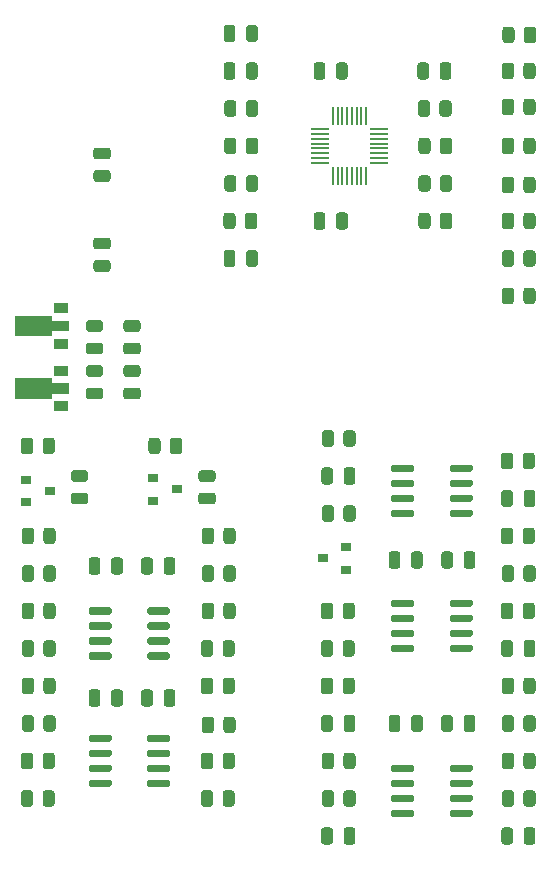
<source format=gtp>
G04 #@! TF.GenerationSoftware,KiCad,Pcbnew,5.1.12-84ad8e8a86~92~ubuntu20.04.1*
G04 #@! TF.CreationDate,2021-12-23T13:48:03-05:00*
G04 #@! TF.ProjectId,SSI2130_VCO,53534932-3133-4305-9f56-434f2e6b6963,0*
G04 #@! TF.SameCoordinates,Original*
G04 #@! TF.FileFunction,Paste,Top*
G04 #@! TF.FilePolarity,Positive*
%FSLAX46Y46*%
G04 Gerber Fmt 4.6, Leading zero omitted, Abs format (unit mm)*
G04 Created by KiCad (PCBNEW 5.1.12-84ad8e8a86~92~ubuntu20.04.1) date 2021-12-23 13:48:03*
%MOMM*%
%LPD*%
G01*
G04 APERTURE LIST*
%ADD10R,1.500000X0.200000*%
%ADD11R,0.200000X1.500000*%
%ADD12R,0.900000X0.800000*%
%ADD13C,0.100000*%
%ADD14R,1.300000X0.900000*%
G04 APERTURE END LIST*
D10*
X59650000Y-39100000D03*
X59650000Y-38700000D03*
X59650000Y-38300000D03*
X59650000Y-37900000D03*
X59650000Y-37500000D03*
X59650000Y-37100000D03*
D11*
X58150000Y-35600000D03*
X57750000Y-35600000D03*
X56150000Y-35600000D03*
X57350000Y-35600000D03*
X56550000Y-35600000D03*
X56950000Y-35600000D03*
D10*
X54650000Y-37100000D03*
X54650000Y-38700000D03*
X54650000Y-37500000D03*
X54650000Y-39100000D03*
X54650000Y-37900000D03*
X54650000Y-38300000D03*
D11*
X56950000Y-40600000D03*
X57350000Y-40600000D03*
X58150000Y-40600000D03*
X56150000Y-40600000D03*
X56550000Y-40600000D03*
X57750000Y-40600000D03*
D10*
X59650000Y-39500000D03*
X59650000Y-36700000D03*
D11*
X58550000Y-35600000D03*
X55750000Y-35600000D03*
D10*
X54650000Y-36700000D03*
X54650000Y-39500000D03*
D11*
X55750000Y-40600000D03*
X58550000Y-40600000D03*
D12*
X42545000Y-67183000D03*
X40545000Y-68133000D03*
X40545000Y-66233000D03*
X31750000Y-67310000D03*
X29750000Y-68260000D03*
X29750000Y-66360000D03*
D13*
G36*
X28815000Y-52473500D02*
G01*
X31940000Y-52473500D01*
X31940000Y-52890000D01*
X33415000Y-52890000D01*
X33415000Y-53790000D01*
X31940000Y-53790000D01*
X31940000Y-54206500D01*
X28815000Y-54206500D01*
X28815000Y-52473500D01*
G37*
D14*
X32765000Y-51840000D03*
X32765000Y-54840000D03*
D13*
G36*
X28815000Y-57783500D02*
G01*
X31940000Y-57783500D01*
X31940000Y-58200000D01*
X33415000Y-58200000D01*
X33415000Y-59100000D01*
X31940000Y-59100000D01*
X31940000Y-59516500D01*
X28815000Y-59516500D01*
X28815000Y-57783500D01*
G37*
D14*
X32765000Y-57150000D03*
X32765000Y-60150000D03*
G36*
G01*
X62635000Y-69065000D02*
X62635000Y-69365000D01*
G75*
G02*
X62485000Y-69515000I-150000J0D01*
G01*
X60835000Y-69515000D01*
G75*
G02*
X60685000Y-69365000I0J150000D01*
G01*
X60685000Y-69065000D01*
G75*
G02*
X60835000Y-68915000I150000J0D01*
G01*
X62485000Y-68915000D01*
G75*
G02*
X62635000Y-69065000I0J-150000D01*
G01*
G37*
G36*
G01*
X62635000Y-67795000D02*
X62635000Y-68095000D01*
G75*
G02*
X62485000Y-68245000I-150000J0D01*
G01*
X60835000Y-68245000D01*
G75*
G02*
X60685000Y-68095000I0J150000D01*
G01*
X60685000Y-67795000D01*
G75*
G02*
X60835000Y-67645000I150000J0D01*
G01*
X62485000Y-67645000D01*
G75*
G02*
X62635000Y-67795000I0J-150000D01*
G01*
G37*
G36*
G01*
X62635000Y-66525000D02*
X62635000Y-66825000D01*
G75*
G02*
X62485000Y-66975000I-150000J0D01*
G01*
X60835000Y-66975000D01*
G75*
G02*
X60685000Y-66825000I0J150000D01*
G01*
X60685000Y-66525000D01*
G75*
G02*
X60835000Y-66375000I150000J0D01*
G01*
X62485000Y-66375000D01*
G75*
G02*
X62635000Y-66525000I0J-150000D01*
G01*
G37*
G36*
G01*
X62635000Y-65255000D02*
X62635000Y-65555000D01*
G75*
G02*
X62485000Y-65705000I-150000J0D01*
G01*
X60835000Y-65705000D01*
G75*
G02*
X60685000Y-65555000I0J150000D01*
G01*
X60685000Y-65255000D01*
G75*
G02*
X60835000Y-65105000I150000J0D01*
G01*
X62485000Y-65105000D01*
G75*
G02*
X62635000Y-65255000I0J-150000D01*
G01*
G37*
G36*
G01*
X67585000Y-65255000D02*
X67585000Y-65555000D01*
G75*
G02*
X67435000Y-65705000I-150000J0D01*
G01*
X65785000Y-65705000D01*
G75*
G02*
X65635000Y-65555000I0J150000D01*
G01*
X65635000Y-65255000D01*
G75*
G02*
X65785000Y-65105000I150000J0D01*
G01*
X67435000Y-65105000D01*
G75*
G02*
X67585000Y-65255000I0J-150000D01*
G01*
G37*
G36*
G01*
X67585000Y-66525000D02*
X67585000Y-66825000D01*
G75*
G02*
X67435000Y-66975000I-150000J0D01*
G01*
X65785000Y-66975000D01*
G75*
G02*
X65635000Y-66825000I0J150000D01*
G01*
X65635000Y-66525000D01*
G75*
G02*
X65785000Y-66375000I150000J0D01*
G01*
X67435000Y-66375000D01*
G75*
G02*
X67585000Y-66525000I0J-150000D01*
G01*
G37*
G36*
G01*
X67585000Y-67795000D02*
X67585000Y-68095000D01*
G75*
G02*
X67435000Y-68245000I-150000J0D01*
G01*
X65785000Y-68245000D01*
G75*
G02*
X65635000Y-68095000I0J150000D01*
G01*
X65635000Y-67795000D01*
G75*
G02*
X65785000Y-67645000I150000J0D01*
G01*
X67435000Y-67645000D01*
G75*
G02*
X67585000Y-67795000I0J-150000D01*
G01*
G37*
G36*
G01*
X67585000Y-69065000D02*
X67585000Y-69365000D01*
G75*
G02*
X67435000Y-69515000I-150000J0D01*
G01*
X65785000Y-69515000D01*
G75*
G02*
X65635000Y-69365000I0J150000D01*
G01*
X65635000Y-69065000D01*
G75*
G02*
X65785000Y-68915000I150000J0D01*
G01*
X67435000Y-68915000D01*
G75*
G02*
X67585000Y-69065000I0J-150000D01*
G01*
G37*
G36*
G01*
X62635000Y-94465000D02*
X62635000Y-94765000D01*
G75*
G02*
X62485000Y-94915000I-150000J0D01*
G01*
X60835000Y-94915000D01*
G75*
G02*
X60685000Y-94765000I0J150000D01*
G01*
X60685000Y-94465000D01*
G75*
G02*
X60835000Y-94315000I150000J0D01*
G01*
X62485000Y-94315000D01*
G75*
G02*
X62635000Y-94465000I0J-150000D01*
G01*
G37*
G36*
G01*
X62635000Y-93195000D02*
X62635000Y-93495000D01*
G75*
G02*
X62485000Y-93645000I-150000J0D01*
G01*
X60835000Y-93645000D01*
G75*
G02*
X60685000Y-93495000I0J150000D01*
G01*
X60685000Y-93195000D01*
G75*
G02*
X60835000Y-93045000I150000J0D01*
G01*
X62485000Y-93045000D01*
G75*
G02*
X62635000Y-93195000I0J-150000D01*
G01*
G37*
G36*
G01*
X62635000Y-91925000D02*
X62635000Y-92225000D01*
G75*
G02*
X62485000Y-92375000I-150000J0D01*
G01*
X60835000Y-92375000D01*
G75*
G02*
X60685000Y-92225000I0J150000D01*
G01*
X60685000Y-91925000D01*
G75*
G02*
X60835000Y-91775000I150000J0D01*
G01*
X62485000Y-91775000D01*
G75*
G02*
X62635000Y-91925000I0J-150000D01*
G01*
G37*
G36*
G01*
X62635000Y-90655000D02*
X62635000Y-90955000D01*
G75*
G02*
X62485000Y-91105000I-150000J0D01*
G01*
X60835000Y-91105000D01*
G75*
G02*
X60685000Y-90955000I0J150000D01*
G01*
X60685000Y-90655000D01*
G75*
G02*
X60835000Y-90505000I150000J0D01*
G01*
X62485000Y-90505000D01*
G75*
G02*
X62635000Y-90655000I0J-150000D01*
G01*
G37*
G36*
G01*
X67585000Y-90655000D02*
X67585000Y-90955000D01*
G75*
G02*
X67435000Y-91105000I-150000J0D01*
G01*
X65785000Y-91105000D01*
G75*
G02*
X65635000Y-90955000I0J150000D01*
G01*
X65635000Y-90655000D01*
G75*
G02*
X65785000Y-90505000I150000J0D01*
G01*
X67435000Y-90505000D01*
G75*
G02*
X67585000Y-90655000I0J-150000D01*
G01*
G37*
G36*
G01*
X67585000Y-91925000D02*
X67585000Y-92225000D01*
G75*
G02*
X67435000Y-92375000I-150000J0D01*
G01*
X65785000Y-92375000D01*
G75*
G02*
X65635000Y-92225000I0J150000D01*
G01*
X65635000Y-91925000D01*
G75*
G02*
X65785000Y-91775000I150000J0D01*
G01*
X67435000Y-91775000D01*
G75*
G02*
X67585000Y-91925000I0J-150000D01*
G01*
G37*
G36*
G01*
X67585000Y-93195000D02*
X67585000Y-93495000D01*
G75*
G02*
X67435000Y-93645000I-150000J0D01*
G01*
X65785000Y-93645000D01*
G75*
G02*
X65635000Y-93495000I0J150000D01*
G01*
X65635000Y-93195000D01*
G75*
G02*
X65785000Y-93045000I150000J0D01*
G01*
X67435000Y-93045000D01*
G75*
G02*
X67585000Y-93195000I0J-150000D01*
G01*
G37*
G36*
G01*
X67585000Y-94465000D02*
X67585000Y-94765000D01*
G75*
G02*
X67435000Y-94915000I-150000J0D01*
G01*
X65785000Y-94915000D01*
G75*
G02*
X65635000Y-94765000I0J150000D01*
G01*
X65635000Y-94465000D01*
G75*
G02*
X65785000Y-94315000I150000J0D01*
G01*
X67435000Y-94315000D01*
G75*
G02*
X67585000Y-94465000I0J-150000D01*
G01*
G37*
G36*
G01*
X62635000Y-80495000D02*
X62635000Y-80795000D01*
G75*
G02*
X62485000Y-80945000I-150000J0D01*
G01*
X60835000Y-80945000D01*
G75*
G02*
X60685000Y-80795000I0J150000D01*
G01*
X60685000Y-80495000D01*
G75*
G02*
X60835000Y-80345000I150000J0D01*
G01*
X62485000Y-80345000D01*
G75*
G02*
X62635000Y-80495000I0J-150000D01*
G01*
G37*
G36*
G01*
X62635000Y-79225000D02*
X62635000Y-79525000D01*
G75*
G02*
X62485000Y-79675000I-150000J0D01*
G01*
X60835000Y-79675000D01*
G75*
G02*
X60685000Y-79525000I0J150000D01*
G01*
X60685000Y-79225000D01*
G75*
G02*
X60835000Y-79075000I150000J0D01*
G01*
X62485000Y-79075000D01*
G75*
G02*
X62635000Y-79225000I0J-150000D01*
G01*
G37*
G36*
G01*
X62635000Y-77955000D02*
X62635000Y-78255000D01*
G75*
G02*
X62485000Y-78405000I-150000J0D01*
G01*
X60835000Y-78405000D01*
G75*
G02*
X60685000Y-78255000I0J150000D01*
G01*
X60685000Y-77955000D01*
G75*
G02*
X60835000Y-77805000I150000J0D01*
G01*
X62485000Y-77805000D01*
G75*
G02*
X62635000Y-77955000I0J-150000D01*
G01*
G37*
G36*
G01*
X62635000Y-76685000D02*
X62635000Y-76985000D01*
G75*
G02*
X62485000Y-77135000I-150000J0D01*
G01*
X60835000Y-77135000D01*
G75*
G02*
X60685000Y-76985000I0J150000D01*
G01*
X60685000Y-76685000D01*
G75*
G02*
X60835000Y-76535000I150000J0D01*
G01*
X62485000Y-76535000D01*
G75*
G02*
X62635000Y-76685000I0J-150000D01*
G01*
G37*
G36*
G01*
X67585000Y-76685000D02*
X67585000Y-76985000D01*
G75*
G02*
X67435000Y-77135000I-150000J0D01*
G01*
X65785000Y-77135000D01*
G75*
G02*
X65635000Y-76985000I0J150000D01*
G01*
X65635000Y-76685000D01*
G75*
G02*
X65785000Y-76535000I150000J0D01*
G01*
X67435000Y-76535000D01*
G75*
G02*
X67585000Y-76685000I0J-150000D01*
G01*
G37*
G36*
G01*
X67585000Y-77955000D02*
X67585000Y-78255000D01*
G75*
G02*
X67435000Y-78405000I-150000J0D01*
G01*
X65785000Y-78405000D01*
G75*
G02*
X65635000Y-78255000I0J150000D01*
G01*
X65635000Y-77955000D01*
G75*
G02*
X65785000Y-77805000I150000J0D01*
G01*
X67435000Y-77805000D01*
G75*
G02*
X67585000Y-77955000I0J-150000D01*
G01*
G37*
G36*
G01*
X67585000Y-79225000D02*
X67585000Y-79525000D01*
G75*
G02*
X67435000Y-79675000I-150000J0D01*
G01*
X65785000Y-79675000D01*
G75*
G02*
X65635000Y-79525000I0J150000D01*
G01*
X65635000Y-79225000D01*
G75*
G02*
X65785000Y-79075000I150000J0D01*
G01*
X67435000Y-79075000D01*
G75*
G02*
X67585000Y-79225000I0J-150000D01*
G01*
G37*
G36*
G01*
X67585000Y-80495000D02*
X67585000Y-80795000D01*
G75*
G02*
X67435000Y-80945000I-150000J0D01*
G01*
X65785000Y-80945000D01*
G75*
G02*
X65635000Y-80795000I0J150000D01*
G01*
X65635000Y-80495000D01*
G75*
G02*
X65785000Y-80345000I150000J0D01*
G01*
X67435000Y-80345000D01*
G75*
G02*
X67585000Y-80495000I0J-150000D01*
G01*
G37*
G36*
G01*
X37007000Y-91910000D02*
X37007000Y-92210000D01*
G75*
G02*
X36857000Y-92360000I-150000J0D01*
G01*
X35207000Y-92360000D01*
G75*
G02*
X35057000Y-92210000I0J150000D01*
G01*
X35057000Y-91910000D01*
G75*
G02*
X35207000Y-91760000I150000J0D01*
G01*
X36857000Y-91760000D01*
G75*
G02*
X37007000Y-91910000I0J-150000D01*
G01*
G37*
G36*
G01*
X37007000Y-90640000D02*
X37007000Y-90940000D01*
G75*
G02*
X36857000Y-91090000I-150000J0D01*
G01*
X35207000Y-91090000D01*
G75*
G02*
X35057000Y-90940000I0J150000D01*
G01*
X35057000Y-90640000D01*
G75*
G02*
X35207000Y-90490000I150000J0D01*
G01*
X36857000Y-90490000D01*
G75*
G02*
X37007000Y-90640000I0J-150000D01*
G01*
G37*
G36*
G01*
X37007000Y-89370000D02*
X37007000Y-89670000D01*
G75*
G02*
X36857000Y-89820000I-150000J0D01*
G01*
X35207000Y-89820000D01*
G75*
G02*
X35057000Y-89670000I0J150000D01*
G01*
X35057000Y-89370000D01*
G75*
G02*
X35207000Y-89220000I150000J0D01*
G01*
X36857000Y-89220000D01*
G75*
G02*
X37007000Y-89370000I0J-150000D01*
G01*
G37*
G36*
G01*
X37007000Y-88100000D02*
X37007000Y-88400000D01*
G75*
G02*
X36857000Y-88550000I-150000J0D01*
G01*
X35207000Y-88550000D01*
G75*
G02*
X35057000Y-88400000I0J150000D01*
G01*
X35057000Y-88100000D01*
G75*
G02*
X35207000Y-87950000I150000J0D01*
G01*
X36857000Y-87950000D01*
G75*
G02*
X37007000Y-88100000I0J-150000D01*
G01*
G37*
G36*
G01*
X41957000Y-88100000D02*
X41957000Y-88400000D01*
G75*
G02*
X41807000Y-88550000I-150000J0D01*
G01*
X40157000Y-88550000D01*
G75*
G02*
X40007000Y-88400000I0J150000D01*
G01*
X40007000Y-88100000D01*
G75*
G02*
X40157000Y-87950000I150000J0D01*
G01*
X41807000Y-87950000D01*
G75*
G02*
X41957000Y-88100000I0J-150000D01*
G01*
G37*
G36*
G01*
X41957000Y-89370000D02*
X41957000Y-89670000D01*
G75*
G02*
X41807000Y-89820000I-150000J0D01*
G01*
X40157000Y-89820000D01*
G75*
G02*
X40007000Y-89670000I0J150000D01*
G01*
X40007000Y-89370000D01*
G75*
G02*
X40157000Y-89220000I150000J0D01*
G01*
X41807000Y-89220000D01*
G75*
G02*
X41957000Y-89370000I0J-150000D01*
G01*
G37*
G36*
G01*
X41957000Y-90640000D02*
X41957000Y-90940000D01*
G75*
G02*
X41807000Y-91090000I-150000J0D01*
G01*
X40157000Y-91090000D01*
G75*
G02*
X40007000Y-90940000I0J150000D01*
G01*
X40007000Y-90640000D01*
G75*
G02*
X40157000Y-90490000I150000J0D01*
G01*
X41807000Y-90490000D01*
G75*
G02*
X41957000Y-90640000I0J-150000D01*
G01*
G37*
G36*
G01*
X41957000Y-91910000D02*
X41957000Y-92210000D01*
G75*
G02*
X41807000Y-92360000I-150000J0D01*
G01*
X40157000Y-92360000D01*
G75*
G02*
X40007000Y-92210000I0J150000D01*
G01*
X40007000Y-91910000D01*
G75*
G02*
X40157000Y-91760000I150000J0D01*
G01*
X41807000Y-91760000D01*
G75*
G02*
X41957000Y-91910000I0J-150000D01*
G01*
G37*
G36*
G01*
X37007000Y-81130000D02*
X37007000Y-81430000D01*
G75*
G02*
X36857000Y-81580000I-150000J0D01*
G01*
X35207000Y-81580000D01*
G75*
G02*
X35057000Y-81430000I0J150000D01*
G01*
X35057000Y-81130000D01*
G75*
G02*
X35207000Y-80980000I150000J0D01*
G01*
X36857000Y-80980000D01*
G75*
G02*
X37007000Y-81130000I0J-150000D01*
G01*
G37*
G36*
G01*
X37007000Y-79860000D02*
X37007000Y-80160000D01*
G75*
G02*
X36857000Y-80310000I-150000J0D01*
G01*
X35207000Y-80310000D01*
G75*
G02*
X35057000Y-80160000I0J150000D01*
G01*
X35057000Y-79860000D01*
G75*
G02*
X35207000Y-79710000I150000J0D01*
G01*
X36857000Y-79710000D01*
G75*
G02*
X37007000Y-79860000I0J-150000D01*
G01*
G37*
G36*
G01*
X37007000Y-78590000D02*
X37007000Y-78890000D01*
G75*
G02*
X36857000Y-79040000I-150000J0D01*
G01*
X35207000Y-79040000D01*
G75*
G02*
X35057000Y-78890000I0J150000D01*
G01*
X35057000Y-78590000D01*
G75*
G02*
X35207000Y-78440000I150000J0D01*
G01*
X36857000Y-78440000D01*
G75*
G02*
X37007000Y-78590000I0J-150000D01*
G01*
G37*
G36*
G01*
X37007000Y-77320000D02*
X37007000Y-77620000D01*
G75*
G02*
X36857000Y-77770000I-150000J0D01*
G01*
X35207000Y-77770000D01*
G75*
G02*
X35057000Y-77620000I0J150000D01*
G01*
X35057000Y-77320000D01*
G75*
G02*
X35207000Y-77170000I150000J0D01*
G01*
X36857000Y-77170000D01*
G75*
G02*
X37007000Y-77320000I0J-150000D01*
G01*
G37*
G36*
G01*
X41957000Y-77320000D02*
X41957000Y-77620000D01*
G75*
G02*
X41807000Y-77770000I-150000J0D01*
G01*
X40157000Y-77770000D01*
G75*
G02*
X40007000Y-77620000I0J150000D01*
G01*
X40007000Y-77320000D01*
G75*
G02*
X40157000Y-77170000I150000J0D01*
G01*
X41807000Y-77170000D01*
G75*
G02*
X41957000Y-77320000I0J-150000D01*
G01*
G37*
G36*
G01*
X41957000Y-78590000D02*
X41957000Y-78890000D01*
G75*
G02*
X41807000Y-79040000I-150000J0D01*
G01*
X40157000Y-79040000D01*
G75*
G02*
X40007000Y-78890000I0J150000D01*
G01*
X40007000Y-78590000D01*
G75*
G02*
X40157000Y-78440000I150000J0D01*
G01*
X41807000Y-78440000D01*
G75*
G02*
X41957000Y-78590000I0J-150000D01*
G01*
G37*
G36*
G01*
X41957000Y-79860000D02*
X41957000Y-80160000D01*
G75*
G02*
X41807000Y-80310000I-150000J0D01*
G01*
X40157000Y-80310000D01*
G75*
G02*
X40007000Y-80160000I0J150000D01*
G01*
X40007000Y-79860000D01*
G75*
G02*
X40157000Y-79710000I150000J0D01*
G01*
X41807000Y-79710000D01*
G75*
G02*
X41957000Y-79860000I0J-150000D01*
G01*
G37*
G36*
G01*
X41957000Y-81130000D02*
X41957000Y-81430000D01*
G75*
G02*
X41807000Y-81580000I-150000J0D01*
G01*
X40157000Y-81580000D01*
G75*
G02*
X40007000Y-81430000I0J150000D01*
G01*
X40007000Y-81130000D01*
G75*
G02*
X40157000Y-80980000I150000J0D01*
G01*
X41807000Y-80980000D01*
G75*
G02*
X41957000Y-81130000I0J-150000D01*
G01*
G37*
G36*
G01*
X63965500Y-34474999D02*
X63965500Y-35375001D01*
G75*
G02*
X63715501Y-35625000I-249999J0D01*
G01*
X63190499Y-35625000D01*
G75*
G02*
X62940500Y-35375001I0J249999D01*
G01*
X62940500Y-34474999D01*
G75*
G02*
X63190499Y-34225000I249999J0D01*
G01*
X63715501Y-34225000D01*
G75*
G02*
X63965500Y-34474999I0J-249999D01*
G01*
G37*
G36*
G01*
X65790500Y-34474999D02*
X65790500Y-35375001D01*
G75*
G02*
X65540501Y-35625000I-249999J0D01*
G01*
X65015499Y-35625000D01*
G75*
G02*
X64765500Y-35375001I0J249999D01*
G01*
X64765500Y-34474999D01*
G75*
G02*
X65015499Y-34225000I249999J0D01*
G01*
X65540501Y-34225000D01*
G75*
G02*
X65790500Y-34474999I0J-249999D01*
G01*
G37*
G36*
G01*
X64812500Y-38550001D02*
X64812500Y-37649999D01*
G75*
G02*
X65062499Y-37400000I249999J0D01*
G01*
X65587501Y-37400000D01*
G75*
G02*
X65837500Y-37649999I0J-249999D01*
G01*
X65837500Y-38550001D01*
G75*
G02*
X65587501Y-38800000I-249999J0D01*
G01*
X65062499Y-38800000D01*
G75*
G02*
X64812500Y-38550001I0J249999D01*
G01*
G37*
G36*
G01*
X62987500Y-38550001D02*
X62987500Y-37649999D01*
G75*
G02*
X63237499Y-37400000I249999J0D01*
G01*
X63762501Y-37400000D01*
G75*
G02*
X64012500Y-37649999I0J-249999D01*
G01*
X64012500Y-38550001D01*
G75*
G02*
X63762501Y-38800000I-249999J0D01*
G01*
X63237499Y-38800000D01*
G75*
G02*
X62987500Y-38550001I0J249999D01*
G01*
G37*
G36*
G01*
X64812500Y-44900001D02*
X64812500Y-43999999D01*
G75*
G02*
X65062499Y-43750000I249999J0D01*
G01*
X65587501Y-43750000D01*
G75*
G02*
X65837500Y-43999999I0J-249999D01*
G01*
X65837500Y-44900001D01*
G75*
G02*
X65587501Y-45150000I-249999J0D01*
G01*
X65062499Y-45150000D01*
G75*
G02*
X64812500Y-44900001I0J249999D01*
G01*
G37*
G36*
G01*
X62987500Y-44900001D02*
X62987500Y-43999999D01*
G75*
G02*
X63237499Y-43750000I249999J0D01*
G01*
X63762501Y-43750000D01*
G75*
G02*
X64012500Y-43999999I0J-249999D01*
G01*
X64012500Y-44900001D01*
G75*
G02*
X63762501Y-45150000I-249999J0D01*
G01*
X63237499Y-45150000D01*
G75*
G02*
X62987500Y-44900001I0J249999D01*
G01*
G37*
G36*
G01*
X64012500Y-40824999D02*
X64012500Y-41725001D01*
G75*
G02*
X63762501Y-41975000I-249999J0D01*
G01*
X63237499Y-41975000D01*
G75*
G02*
X62987500Y-41725001I0J249999D01*
G01*
X62987500Y-40824999D01*
G75*
G02*
X63237499Y-40575000I249999J0D01*
G01*
X63762501Y-40575000D01*
G75*
G02*
X64012500Y-40824999I0J-249999D01*
G01*
G37*
G36*
G01*
X65837500Y-40824999D02*
X65837500Y-41725001D01*
G75*
G02*
X65587501Y-41975000I-249999J0D01*
G01*
X65062499Y-41975000D01*
G75*
G02*
X64812500Y-41725001I0J249999D01*
G01*
X64812500Y-40824999D01*
G75*
G02*
X65062499Y-40575000I249999J0D01*
G01*
X65587501Y-40575000D01*
G75*
G02*
X65837500Y-40824999I0J-249999D01*
G01*
G37*
G36*
G01*
X47502500Y-43999999D02*
X47502500Y-44900001D01*
G75*
G02*
X47252501Y-45150000I-249999J0D01*
G01*
X46727499Y-45150000D01*
G75*
G02*
X46477500Y-44900001I0J249999D01*
G01*
X46477500Y-43999999D01*
G75*
G02*
X46727499Y-43750000I249999J0D01*
G01*
X47252501Y-43750000D01*
G75*
G02*
X47502500Y-43999999I0J-249999D01*
G01*
G37*
G36*
G01*
X49327500Y-43999999D02*
X49327500Y-44900001D01*
G75*
G02*
X49077501Y-45150000I-249999J0D01*
G01*
X48552499Y-45150000D01*
G75*
G02*
X48302500Y-44900001I0J249999D01*
G01*
X48302500Y-43999999D01*
G75*
G02*
X48552499Y-43750000I249999J0D01*
G01*
X49077501Y-43750000D01*
G75*
G02*
X49327500Y-43999999I0J-249999D01*
G01*
G37*
G36*
G01*
X48382500Y-41725001D02*
X48382500Y-40824999D01*
G75*
G02*
X48632499Y-40575000I249999J0D01*
G01*
X49157501Y-40575000D01*
G75*
G02*
X49407500Y-40824999I0J-249999D01*
G01*
X49407500Y-41725001D01*
G75*
G02*
X49157501Y-41975000I-249999J0D01*
G01*
X48632499Y-41975000D01*
G75*
G02*
X48382500Y-41725001I0J249999D01*
G01*
G37*
G36*
G01*
X46557500Y-41725001D02*
X46557500Y-40824999D01*
G75*
G02*
X46807499Y-40575000I249999J0D01*
G01*
X47332501Y-40575000D01*
G75*
G02*
X47582500Y-40824999I0J-249999D01*
G01*
X47582500Y-41725001D01*
G75*
G02*
X47332501Y-41975000I-249999J0D01*
G01*
X46807499Y-41975000D01*
G75*
G02*
X46557500Y-41725001I0J249999D01*
G01*
G37*
G36*
G01*
X71077500Y-50349999D02*
X71077500Y-51250001D01*
G75*
G02*
X70827501Y-51500000I-249999J0D01*
G01*
X70302499Y-51500000D01*
G75*
G02*
X70052500Y-51250001I0J249999D01*
G01*
X70052500Y-50349999D01*
G75*
G02*
X70302499Y-50100000I249999J0D01*
G01*
X70827501Y-50100000D01*
G75*
G02*
X71077500Y-50349999I0J-249999D01*
G01*
G37*
G36*
G01*
X72902500Y-50349999D02*
X72902500Y-51250001D01*
G75*
G02*
X72652501Y-51500000I-249999J0D01*
G01*
X72127499Y-51500000D01*
G75*
G02*
X71877500Y-51250001I0J249999D01*
G01*
X71877500Y-50349999D01*
G75*
G02*
X72127499Y-50100000I249999J0D01*
G01*
X72652501Y-50100000D01*
G75*
G02*
X72902500Y-50349999I0J-249999D01*
G01*
G37*
G36*
G01*
X71877500Y-48075001D02*
X71877500Y-47174999D01*
G75*
G02*
X72127499Y-46925000I249999J0D01*
G01*
X72652501Y-46925000D01*
G75*
G02*
X72902500Y-47174999I0J-249999D01*
G01*
X72902500Y-48075001D01*
G75*
G02*
X72652501Y-48325000I-249999J0D01*
G01*
X72127499Y-48325000D01*
G75*
G02*
X71877500Y-48075001I0J249999D01*
G01*
G37*
G36*
G01*
X70052500Y-48075001D02*
X70052500Y-47174999D01*
G75*
G02*
X70302499Y-46925000I249999J0D01*
G01*
X70827501Y-46925000D01*
G75*
G02*
X71077500Y-47174999I0J-249999D01*
G01*
X71077500Y-48075001D01*
G75*
G02*
X70827501Y-48325000I-249999J0D01*
G01*
X70302499Y-48325000D01*
G75*
G02*
X70052500Y-48075001I0J249999D01*
G01*
G37*
G36*
G01*
X47582500Y-37649999D02*
X47582500Y-38550001D01*
G75*
G02*
X47332501Y-38800000I-249999J0D01*
G01*
X46807499Y-38800000D01*
G75*
G02*
X46557500Y-38550001I0J249999D01*
G01*
X46557500Y-37649999D01*
G75*
G02*
X46807499Y-37400000I249999J0D01*
G01*
X47332501Y-37400000D01*
G75*
G02*
X47582500Y-37649999I0J-249999D01*
G01*
G37*
G36*
G01*
X49407500Y-37649999D02*
X49407500Y-38550001D01*
G75*
G02*
X49157501Y-38800000I-249999J0D01*
G01*
X48632499Y-38800000D01*
G75*
G02*
X48382500Y-38550001I0J249999D01*
G01*
X48382500Y-37649999D01*
G75*
G02*
X48632499Y-37400000I249999J0D01*
G01*
X49157501Y-37400000D01*
G75*
G02*
X49407500Y-37649999I0J-249999D01*
G01*
G37*
G36*
G01*
X71877500Y-41852001D02*
X71877500Y-40951999D01*
G75*
G02*
X72127499Y-40702000I249999J0D01*
G01*
X72652501Y-40702000D01*
G75*
G02*
X72902500Y-40951999I0J-249999D01*
G01*
X72902500Y-41852001D01*
G75*
G02*
X72652501Y-42102000I-249999J0D01*
G01*
X72127499Y-42102000D01*
G75*
G02*
X71877500Y-41852001I0J249999D01*
G01*
G37*
G36*
G01*
X70052500Y-41852001D02*
X70052500Y-40951999D01*
G75*
G02*
X70302499Y-40702000I249999J0D01*
G01*
X70827501Y-40702000D01*
G75*
G02*
X71077500Y-40951999I0J-249999D01*
G01*
X71077500Y-41852001D01*
G75*
G02*
X70827501Y-42102000I-249999J0D01*
G01*
X70302499Y-42102000D01*
G75*
G02*
X70052500Y-41852001I0J249999D01*
G01*
G37*
G36*
G01*
X71877500Y-38550001D02*
X71877500Y-37649999D01*
G75*
G02*
X72127499Y-37400000I249999J0D01*
G01*
X72652501Y-37400000D01*
G75*
G02*
X72902500Y-37649999I0J-249999D01*
G01*
X72902500Y-38550001D01*
G75*
G02*
X72652501Y-38800000I-249999J0D01*
G01*
X72127499Y-38800000D01*
G75*
G02*
X71877500Y-38550001I0J249999D01*
G01*
G37*
G36*
G01*
X70052500Y-38550001D02*
X70052500Y-37649999D01*
G75*
G02*
X70302499Y-37400000I249999J0D01*
G01*
X70827501Y-37400000D01*
G75*
G02*
X71077500Y-37649999I0J-249999D01*
G01*
X71077500Y-38550001D01*
G75*
G02*
X70827501Y-38800000I-249999J0D01*
G01*
X70302499Y-38800000D01*
G75*
G02*
X70052500Y-38550001I0J249999D01*
G01*
G37*
G36*
G01*
X71877500Y-35248001D02*
X71877500Y-34347999D01*
G75*
G02*
X72127499Y-34098000I249999J0D01*
G01*
X72652501Y-34098000D01*
G75*
G02*
X72902500Y-34347999I0J-249999D01*
G01*
X72902500Y-35248001D01*
G75*
G02*
X72652501Y-35498000I-249999J0D01*
G01*
X72127499Y-35498000D01*
G75*
G02*
X71877500Y-35248001I0J249999D01*
G01*
G37*
G36*
G01*
X70052500Y-35248001D02*
X70052500Y-34347999D01*
G75*
G02*
X70302499Y-34098000I249999J0D01*
G01*
X70827501Y-34098000D01*
G75*
G02*
X71077500Y-34347999I0J-249999D01*
G01*
X71077500Y-35248001D01*
G75*
G02*
X70827501Y-35498000I-249999J0D01*
G01*
X70302499Y-35498000D01*
G75*
G02*
X70052500Y-35248001I0J249999D01*
G01*
G37*
G36*
G01*
X71877500Y-32200001D02*
X71877500Y-31299999D01*
G75*
G02*
X72127499Y-31050000I249999J0D01*
G01*
X72652501Y-31050000D01*
G75*
G02*
X72902500Y-31299999I0J-249999D01*
G01*
X72902500Y-32200001D01*
G75*
G02*
X72652501Y-32450000I-249999J0D01*
G01*
X72127499Y-32450000D01*
G75*
G02*
X71877500Y-32200001I0J249999D01*
G01*
G37*
G36*
G01*
X70052500Y-32200001D02*
X70052500Y-31299999D01*
G75*
G02*
X70302499Y-31050000I249999J0D01*
G01*
X70827501Y-31050000D01*
G75*
G02*
X71077500Y-31299999I0J-249999D01*
G01*
X71077500Y-32200001D01*
G75*
G02*
X70827501Y-32450000I-249999J0D01*
G01*
X70302499Y-32450000D01*
G75*
G02*
X70052500Y-32200001I0J249999D01*
G01*
G37*
G36*
G01*
X71924500Y-29152001D02*
X71924500Y-28251999D01*
G75*
G02*
X72174499Y-28002000I249999J0D01*
G01*
X72699501Y-28002000D01*
G75*
G02*
X72949500Y-28251999I0J-249999D01*
G01*
X72949500Y-29152001D01*
G75*
G02*
X72699501Y-29402000I-249999J0D01*
G01*
X72174499Y-29402000D01*
G75*
G02*
X71924500Y-29152001I0J249999D01*
G01*
G37*
G36*
G01*
X70099500Y-29152001D02*
X70099500Y-28251999D01*
G75*
G02*
X70349499Y-28002000I249999J0D01*
G01*
X70874501Y-28002000D01*
G75*
G02*
X71124500Y-28251999I0J-249999D01*
G01*
X71124500Y-29152001D01*
G75*
G02*
X70874501Y-29402000I-249999J0D01*
G01*
X70349499Y-29402000D01*
G75*
G02*
X70099500Y-29152001I0J249999D01*
G01*
G37*
G36*
G01*
X71877500Y-44900001D02*
X71877500Y-43999999D01*
G75*
G02*
X72127499Y-43750000I249999J0D01*
G01*
X72652501Y-43750000D01*
G75*
G02*
X72902500Y-43999999I0J-249999D01*
G01*
X72902500Y-44900001D01*
G75*
G02*
X72652501Y-45150000I-249999J0D01*
G01*
X72127499Y-45150000D01*
G75*
G02*
X71877500Y-44900001I0J249999D01*
G01*
G37*
G36*
G01*
X70052500Y-44900001D02*
X70052500Y-43999999D01*
G75*
G02*
X70302499Y-43750000I249999J0D01*
G01*
X70827501Y-43750000D01*
G75*
G02*
X71077500Y-43999999I0J-249999D01*
G01*
X71077500Y-44900001D01*
G75*
G02*
X70827501Y-45150000I-249999J0D01*
G01*
X70302499Y-45150000D01*
G75*
G02*
X70052500Y-44900001I0J249999D01*
G01*
G37*
G36*
G01*
X47582500Y-34474999D02*
X47582500Y-35375001D01*
G75*
G02*
X47332501Y-35625000I-249999J0D01*
G01*
X46807499Y-35625000D01*
G75*
G02*
X46557500Y-35375001I0J249999D01*
G01*
X46557500Y-34474999D01*
G75*
G02*
X46807499Y-34225000I249999J0D01*
G01*
X47332501Y-34225000D01*
G75*
G02*
X47582500Y-34474999I0J-249999D01*
G01*
G37*
G36*
G01*
X49407500Y-34474999D02*
X49407500Y-35375001D01*
G75*
G02*
X49157501Y-35625000I-249999J0D01*
G01*
X48632499Y-35625000D01*
G75*
G02*
X48382500Y-35375001I0J249999D01*
G01*
X48382500Y-34474999D01*
G75*
G02*
X48632499Y-34225000I249999J0D01*
G01*
X49157501Y-34225000D01*
G75*
G02*
X49407500Y-34474999I0J-249999D01*
G01*
G37*
G36*
G01*
X56637500Y-93795001D02*
X56637500Y-92894999D01*
G75*
G02*
X56887499Y-92645000I249999J0D01*
G01*
X57412501Y-92645000D01*
G75*
G02*
X57662500Y-92894999I0J-249999D01*
G01*
X57662500Y-93795001D01*
G75*
G02*
X57412501Y-94045000I-249999J0D01*
G01*
X56887499Y-94045000D01*
G75*
G02*
X56637500Y-93795001I0J249999D01*
G01*
G37*
G36*
G01*
X54812500Y-93795001D02*
X54812500Y-92894999D01*
G75*
G02*
X55062499Y-92645000I249999J0D01*
G01*
X55587501Y-92645000D01*
G75*
G02*
X55837500Y-92894999I0J-249999D01*
G01*
X55837500Y-93795001D01*
G75*
G02*
X55587501Y-94045000I-249999J0D01*
G01*
X55062499Y-94045000D01*
G75*
G02*
X54812500Y-93795001I0J249999D01*
G01*
G37*
G36*
G01*
X55837500Y-89719999D02*
X55837500Y-90620001D01*
G75*
G02*
X55587501Y-90870000I-249999J0D01*
G01*
X55062499Y-90870000D01*
G75*
G02*
X54812500Y-90620001I0J249999D01*
G01*
X54812500Y-89719999D01*
G75*
G02*
X55062499Y-89470000I249999J0D01*
G01*
X55587501Y-89470000D01*
G75*
G02*
X55837500Y-89719999I0J-249999D01*
G01*
G37*
G36*
G01*
X57662500Y-89719999D02*
X57662500Y-90620001D01*
G75*
G02*
X57412501Y-90870000I-249999J0D01*
G01*
X56887499Y-90870000D01*
G75*
G02*
X56637500Y-90620001I0J249999D01*
G01*
X56637500Y-89719999D01*
G75*
G02*
X56887499Y-89470000I249999J0D01*
G01*
X57412501Y-89470000D01*
G75*
G02*
X57662500Y-89719999I0J-249999D01*
G01*
G37*
G36*
G01*
X41152500Y-63049999D02*
X41152500Y-63950001D01*
G75*
G02*
X40902501Y-64200000I-249999J0D01*
G01*
X40377499Y-64200000D01*
G75*
G02*
X40127500Y-63950001I0J249999D01*
G01*
X40127500Y-63049999D01*
G75*
G02*
X40377499Y-62800000I249999J0D01*
G01*
X40902501Y-62800000D01*
G75*
G02*
X41152500Y-63049999I0J-249999D01*
G01*
G37*
G36*
G01*
X42977500Y-63049999D02*
X42977500Y-63950001D01*
G75*
G02*
X42727501Y-64200000I-249999J0D01*
G01*
X42202499Y-64200000D01*
G75*
G02*
X41952500Y-63950001I0J249999D01*
G01*
X41952500Y-63049999D01*
G75*
G02*
X42202499Y-62800000I249999J0D01*
G01*
X42727501Y-62800000D01*
G75*
G02*
X42977500Y-63049999I0J-249999D01*
G01*
G37*
G36*
G01*
X30357500Y-63049999D02*
X30357500Y-63950001D01*
G75*
G02*
X30107501Y-64200000I-249999J0D01*
G01*
X29582499Y-64200000D01*
G75*
G02*
X29332500Y-63950001I0J249999D01*
G01*
X29332500Y-63049999D01*
G75*
G02*
X29582499Y-62800000I249999J0D01*
G01*
X30107501Y-62800000D01*
G75*
G02*
X30357500Y-63049999I0J-249999D01*
G01*
G37*
G36*
G01*
X32182500Y-63049999D02*
X32182500Y-63950001D01*
G75*
G02*
X31932501Y-64200000I-249999J0D01*
G01*
X31407499Y-64200000D01*
G75*
G02*
X31157500Y-63950001I0J249999D01*
G01*
X31157500Y-63049999D01*
G75*
G02*
X31407499Y-62800000I249999J0D01*
G01*
X31932501Y-62800000D01*
G75*
G02*
X32182500Y-63049999I0J-249999D01*
G01*
G37*
G36*
G01*
X71077500Y-92894999D02*
X71077500Y-93795001D01*
G75*
G02*
X70827501Y-94045000I-249999J0D01*
G01*
X70302499Y-94045000D01*
G75*
G02*
X70052500Y-93795001I0J249999D01*
G01*
X70052500Y-92894999D01*
G75*
G02*
X70302499Y-92645000I249999J0D01*
G01*
X70827501Y-92645000D01*
G75*
G02*
X71077500Y-92894999I0J-249999D01*
G01*
G37*
G36*
G01*
X72902500Y-92894999D02*
X72902500Y-93795001D01*
G75*
G02*
X72652501Y-94045000I-249999J0D01*
G01*
X72127499Y-94045000D01*
G75*
G02*
X71877500Y-93795001I0J249999D01*
G01*
X71877500Y-92894999D01*
G75*
G02*
X72127499Y-92645000I249999J0D01*
G01*
X72652501Y-92645000D01*
G75*
G02*
X72902500Y-92894999I0J-249999D01*
G01*
G37*
G36*
G01*
X71877500Y-84270001D02*
X71877500Y-83369999D01*
G75*
G02*
X72127499Y-83120000I249999J0D01*
G01*
X72652501Y-83120000D01*
G75*
G02*
X72902500Y-83369999I0J-249999D01*
G01*
X72902500Y-84270001D01*
G75*
G02*
X72652501Y-84520000I-249999J0D01*
G01*
X72127499Y-84520000D01*
G75*
G02*
X71877500Y-84270001I0J249999D01*
G01*
G37*
G36*
G01*
X70052500Y-84270001D02*
X70052500Y-83369999D01*
G75*
G02*
X70302499Y-83120000I249999J0D01*
G01*
X70827501Y-83120000D01*
G75*
G02*
X71077500Y-83369999I0J-249999D01*
G01*
X71077500Y-84270001D01*
G75*
G02*
X70827501Y-84520000I-249999J0D01*
G01*
X70302499Y-84520000D01*
G75*
G02*
X70052500Y-84270001I0J249999D01*
G01*
G37*
G36*
G01*
X71877500Y-87445001D02*
X71877500Y-86544999D01*
G75*
G02*
X72127499Y-86295000I249999J0D01*
G01*
X72652501Y-86295000D01*
G75*
G02*
X72902500Y-86544999I0J-249999D01*
G01*
X72902500Y-87445001D01*
G75*
G02*
X72652501Y-87695000I-249999J0D01*
G01*
X72127499Y-87695000D01*
G75*
G02*
X71877500Y-87445001I0J249999D01*
G01*
G37*
G36*
G01*
X70052500Y-87445001D02*
X70052500Y-86544999D01*
G75*
G02*
X70302499Y-86295000I249999J0D01*
G01*
X70827501Y-86295000D01*
G75*
G02*
X71077500Y-86544999I0J-249999D01*
G01*
X71077500Y-87445001D01*
G75*
G02*
X70827501Y-87695000I-249999J0D01*
G01*
X70302499Y-87695000D01*
G75*
G02*
X70052500Y-87445001I0J249999D01*
G01*
G37*
G36*
G01*
X71877500Y-90620001D02*
X71877500Y-89719999D01*
G75*
G02*
X72127499Y-89470000I249999J0D01*
G01*
X72652501Y-89470000D01*
G75*
G02*
X72902500Y-89719999I0J-249999D01*
G01*
X72902500Y-90620001D01*
G75*
G02*
X72652501Y-90870000I-249999J0D01*
G01*
X72127499Y-90870000D01*
G75*
G02*
X71877500Y-90620001I0J249999D01*
G01*
G37*
G36*
G01*
X70052500Y-90620001D02*
X70052500Y-89719999D01*
G75*
G02*
X70302499Y-89470000I249999J0D01*
G01*
X70827501Y-89470000D01*
G75*
G02*
X71077500Y-89719999I0J-249999D01*
G01*
X71077500Y-90620001D01*
G75*
G02*
X70827501Y-90870000I-249999J0D01*
G01*
X70302499Y-90870000D01*
G75*
G02*
X70052500Y-90620001I0J249999D01*
G01*
G37*
G36*
G01*
X31157500Y-93795001D02*
X31157500Y-92894999D01*
G75*
G02*
X31407499Y-92645000I249999J0D01*
G01*
X31932501Y-92645000D01*
G75*
G02*
X32182500Y-92894999I0J-249999D01*
G01*
X32182500Y-93795001D01*
G75*
G02*
X31932501Y-94045000I-249999J0D01*
G01*
X31407499Y-94045000D01*
G75*
G02*
X31157500Y-93795001I0J249999D01*
G01*
G37*
G36*
G01*
X29332500Y-93795001D02*
X29332500Y-92894999D01*
G75*
G02*
X29582499Y-92645000I249999J0D01*
G01*
X30107501Y-92645000D01*
G75*
G02*
X30357500Y-92894999I0J-249999D01*
G01*
X30357500Y-93795001D01*
G75*
G02*
X30107501Y-94045000I-249999J0D01*
G01*
X29582499Y-94045000D01*
G75*
G02*
X29332500Y-93795001I0J249999D01*
G01*
G37*
G36*
G01*
X45597500Y-92894999D02*
X45597500Y-93795001D01*
G75*
G02*
X45347501Y-94045000I-249999J0D01*
G01*
X44822499Y-94045000D01*
G75*
G02*
X44572500Y-93795001I0J249999D01*
G01*
X44572500Y-92894999D01*
G75*
G02*
X44822499Y-92645000I249999J0D01*
G01*
X45347501Y-92645000D01*
G75*
G02*
X45597500Y-92894999I0J-249999D01*
G01*
G37*
G36*
G01*
X47422500Y-92894999D02*
X47422500Y-93795001D01*
G75*
G02*
X47172501Y-94045000I-249999J0D01*
G01*
X46647499Y-94045000D01*
G75*
G02*
X46397500Y-93795001I0J249999D01*
G01*
X46397500Y-92894999D01*
G75*
G02*
X46647499Y-92645000I249999J0D01*
G01*
X47172501Y-92645000D01*
G75*
G02*
X47422500Y-92894999I0J-249999D01*
G01*
G37*
G36*
G01*
X31237500Y-81095001D02*
X31237500Y-80194999D01*
G75*
G02*
X31487499Y-79945000I249999J0D01*
G01*
X32012501Y-79945000D01*
G75*
G02*
X32262500Y-80194999I0J-249999D01*
G01*
X32262500Y-81095001D01*
G75*
G02*
X32012501Y-81345000I-249999J0D01*
G01*
X31487499Y-81345000D01*
G75*
G02*
X31237500Y-81095001I0J249999D01*
G01*
G37*
G36*
G01*
X29412500Y-81095001D02*
X29412500Y-80194999D01*
G75*
G02*
X29662499Y-79945000I249999J0D01*
G01*
X30187501Y-79945000D01*
G75*
G02*
X30437500Y-80194999I0J-249999D01*
G01*
X30437500Y-81095001D01*
G75*
G02*
X30187501Y-81345000I-249999J0D01*
G01*
X29662499Y-81345000D01*
G75*
G02*
X29412500Y-81095001I0J249999D01*
G01*
G37*
G36*
G01*
X45597500Y-80194999D02*
X45597500Y-81095001D01*
G75*
G02*
X45347501Y-81345000I-249999J0D01*
G01*
X44822499Y-81345000D01*
G75*
G02*
X44572500Y-81095001I0J249999D01*
G01*
X44572500Y-80194999D01*
G75*
G02*
X44822499Y-79945000I249999J0D01*
G01*
X45347501Y-79945000D01*
G75*
G02*
X45597500Y-80194999I0J-249999D01*
G01*
G37*
G36*
G01*
X47422500Y-80194999D02*
X47422500Y-81095001D01*
G75*
G02*
X47172501Y-81345000I-249999J0D01*
G01*
X46647499Y-81345000D01*
G75*
G02*
X46397500Y-81095001I0J249999D01*
G01*
X46397500Y-80194999D01*
G75*
G02*
X46647499Y-79945000I249999J0D01*
G01*
X47172501Y-79945000D01*
G75*
G02*
X47422500Y-80194999I0J-249999D01*
G01*
G37*
G36*
G01*
X31157500Y-90620001D02*
X31157500Y-89719999D01*
G75*
G02*
X31407499Y-89470000I249999J0D01*
G01*
X31932501Y-89470000D01*
G75*
G02*
X32182500Y-89719999I0J-249999D01*
G01*
X32182500Y-90620001D01*
G75*
G02*
X31932501Y-90870000I-249999J0D01*
G01*
X31407499Y-90870000D01*
G75*
G02*
X31157500Y-90620001I0J249999D01*
G01*
G37*
G36*
G01*
X29332500Y-90620001D02*
X29332500Y-89719999D01*
G75*
G02*
X29582499Y-89470000I249999J0D01*
G01*
X30107501Y-89470000D01*
G75*
G02*
X30357500Y-89719999I0J-249999D01*
G01*
X30357500Y-90620001D01*
G75*
G02*
X30107501Y-90870000I-249999J0D01*
G01*
X29582499Y-90870000D01*
G75*
G02*
X29332500Y-90620001I0J249999D01*
G01*
G37*
G36*
G01*
X45597500Y-89719999D02*
X45597500Y-90620001D01*
G75*
G02*
X45347501Y-90870000I-249999J0D01*
G01*
X44822499Y-90870000D01*
G75*
G02*
X44572500Y-90620001I0J249999D01*
G01*
X44572500Y-89719999D01*
G75*
G02*
X44822499Y-89470000I249999J0D01*
G01*
X45347501Y-89470000D01*
G75*
G02*
X45597500Y-89719999I0J-249999D01*
G01*
G37*
G36*
G01*
X47422500Y-89719999D02*
X47422500Y-90620001D01*
G75*
G02*
X47172501Y-90870000I-249999J0D01*
G01*
X46647499Y-90870000D01*
G75*
G02*
X46397500Y-90620001I0J249999D01*
G01*
X46397500Y-89719999D01*
G75*
G02*
X46647499Y-89470000I249999J0D01*
G01*
X47172501Y-89470000D01*
G75*
G02*
X47422500Y-89719999I0J-249999D01*
G01*
G37*
G36*
G01*
X31237500Y-77920001D02*
X31237500Y-77019999D01*
G75*
G02*
X31487499Y-76770000I249999J0D01*
G01*
X32012501Y-76770000D01*
G75*
G02*
X32262500Y-77019999I0J-249999D01*
G01*
X32262500Y-77920001D01*
G75*
G02*
X32012501Y-78170000I-249999J0D01*
G01*
X31487499Y-78170000D01*
G75*
G02*
X31237500Y-77920001I0J249999D01*
G01*
G37*
G36*
G01*
X29412500Y-77920001D02*
X29412500Y-77019999D01*
G75*
G02*
X29662499Y-76770000I249999J0D01*
G01*
X30187501Y-76770000D01*
G75*
G02*
X30437500Y-77019999I0J-249999D01*
G01*
X30437500Y-77920001D01*
G75*
G02*
X30187501Y-78170000I-249999J0D01*
G01*
X29662499Y-78170000D01*
G75*
G02*
X29412500Y-77920001I0J249999D01*
G01*
G37*
G36*
G01*
X45677500Y-77019999D02*
X45677500Y-77920001D01*
G75*
G02*
X45427501Y-78170000I-249999J0D01*
G01*
X44902499Y-78170000D01*
G75*
G02*
X44652500Y-77920001I0J249999D01*
G01*
X44652500Y-77019999D01*
G75*
G02*
X44902499Y-76770000I249999J0D01*
G01*
X45427501Y-76770000D01*
G75*
G02*
X45677500Y-77019999I0J-249999D01*
G01*
G37*
G36*
G01*
X47502500Y-77019999D02*
X47502500Y-77920001D01*
G75*
G02*
X47252501Y-78170000I-249999J0D01*
G01*
X46727499Y-78170000D01*
G75*
G02*
X46477500Y-77920001I0J249999D01*
G01*
X46477500Y-77019999D01*
G75*
G02*
X46727499Y-76770000I249999J0D01*
G01*
X47252501Y-76770000D01*
G75*
G02*
X47502500Y-77019999I0J-249999D01*
G01*
G37*
G36*
G01*
X30437500Y-83369999D02*
X30437500Y-84270001D01*
G75*
G02*
X30187501Y-84520000I-249999J0D01*
G01*
X29662499Y-84520000D01*
G75*
G02*
X29412500Y-84270001I0J249999D01*
G01*
X29412500Y-83369999D01*
G75*
G02*
X29662499Y-83120000I249999J0D01*
G01*
X30187501Y-83120000D01*
G75*
G02*
X30437500Y-83369999I0J-249999D01*
G01*
G37*
G36*
G01*
X32262500Y-83369999D02*
X32262500Y-84270001D01*
G75*
G02*
X32012501Y-84520000I-249999J0D01*
G01*
X31487499Y-84520000D01*
G75*
G02*
X31237500Y-84270001I0J249999D01*
G01*
X31237500Y-83369999D01*
G75*
G02*
X31487499Y-83120000I249999J0D01*
G01*
X32012501Y-83120000D01*
G75*
G02*
X32262500Y-83369999I0J-249999D01*
G01*
G37*
G36*
G01*
X30437500Y-86544999D02*
X30437500Y-87445001D01*
G75*
G02*
X30187501Y-87695000I-249999J0D01*
G01*
X29662499Y-87695000D01*
G75*
G02*
X29412500Y-87445001I0J249999D01*
G01*
X29412500Y-86544999D01*
G75*
G02*
X29662499Y-86295000I249999J0D01*
G01*
X30187501Y-86295000D01*
G75*
G02*
X30437500Y-86544999I0J-249999D01*
G01*
G37*
G36*
G01*
X32262500Y-86544999D02*
X32262500Y-87445001D01*
G75*
G02*
X32012501Y-87695000I-249999J0D01*
G01*
X31487499Y-87695000D01*
G75*
G02*
X31237500Y-87445001I0J249999D01*
G01*
X31237500Y-86544999D01*
G75*
G02*
X31487499Y-86295000I249999J0D01*
G01*
X32012501Y-86295000D01*
G75*
G02*
X32262500Y-86544999I0J-249999D01*
G01*
G37*
G36*
G01*
X46397500Y-84270001D02*
X46397500Y-83369999D01*
G75*
G02*
X46647499Y-83120000I249999J0D01*
G01*
X47172501Y-83120000D01*
G75*
G02*
X47422500Y-83369999I0J-249999D01*
G01*
X47422500Y-84270001D01*
G75*
G02*
X47172501Y-84520000I-249999J0D01*
G01*
X46647499Y-84520000D01*
G75*
G02*
X46397500Y-84270001I0J249999D01*
G01*
G37*
G36*
G01*
X44572500Y-84270001D02*
X44572500Y-83369999D01*
G75*
G02*
X44822499Y-83120000I249999J0D01*
G01*
X45347501Y-83120000D01*
G75*
G02*
X45597500Y-83369999I0J-249999D01*
G01*
X45597500Y-84270001D01*
G75*
G02*
X45347501Y-84520000I-249999J0D01*
G01*
X44822499Y-84520000D01*
G75*
G02*
X44572500Y-84270001I0J249999D01*
G01*
G37*
G36*
G01*
X46477500Y-87572001D02*
X46477500Y-86671999D01*
G75*
G02*
X46727499Y-86422000I249999J0D01*
G01*
X47252501Y-86422000D01*
G75*
G02*
X47502500Y-86671999I0J-249999D01*
G01*
X47502500Y-87572001D01*
G75*
G02*
X47252501Y-87822000I-249999J0D01*
G01*
X46727499Y-87822000D01*
G75*
G02*
X46477500Y-87572001I0J249999D01*
G01*
G37*
G36*
G01*
X44652500Y-87572001D02*
X44652500Y-86671999D01*
G75*
G02*
X44902499Y-86422000I249999J0D01*
G01*
X45427501Y-86422000D01*
G75*
G02*
X45677500Y-86671999I0J-249999D01*
G01*
X45677500Y-87572001D01*
G75*
G02*
X45427501Y-87822000I-249999J0D01*
G01*
X44902499Y-87822000D01*
G75*
G02*
X44652500Y-87572001I0J249999D01*
G01*
G37*
G36*
G01*
X30437500Y-70669999D02*
X30437500Y-71570001D01*
G75*
G02*
X30187501Y-71820000I-249999J0D01*
G01*
X29662499Y-71820000D01*
G75*
G02*
X29412500Y-71570001I0J249999D01*
G01*
X29412500Y-70669999D01*
G75*
G02*
X29662499Y-70420000I249999J0D01*
G01*
X30187501Y-70420000D01*
G75*
G02*
X30437500Y-70669999I0J-249999D01*
G01*
G37*
G36*
G01*
X32262500Y-70669999D02*
X32262500Y-71570001D01*
G75*
G02*
X32012501Y-71820000I-249999J0D01*
G01*
X31487499Y-71820000D01*
G75*
G02*
X31237500Y-71570001I0J249999D01*
G01*
X31237500Y-70669999D01*
G75*
G02*
X31487499Y-70420000I249999J0D01*
G01*
X32012501Y-70420000D01*
G75*
G02*
X32262500Y-70669999I0J-249999D01*
G01*
G37*
G36*
G01*
X30437500Y-73844999D02*
X30437500Y-74745001D01*
G75*
G02*
X30187501Y-74995000I-249999J0D01*
G01*
X29662499Y-74995000D01*
G75*
G02*
X29412500Y-74745001I0J249999D01*
G01*
X29412500Y-73844999D01*
G75*
G02*
X29662499Y-73595000I249999J0D01*
G01*
X30187501Y-73595000D01*
G75*
G02*
X30437500Y-73844999I0J-249999D01*
G01*
G37*
G36*
G01*
X32262500Y-73844999D02*
X32262500Y-74745001D01*
G75*
G02*
X32012501Y-74995000I-249999J0D01*
G01*
X31487499Y-74995000D01*
G75*
G02*
X31237500Y-74745001I0J249999D01*
G01*
X31237500Y-73844999D01*
G75*
G02*
X31487499Y-73595000I249999J0D01*
G01*
X32012501Y-73595000D01*
G75*
G02*
X32262500Y-73844999I0J-249999D01*
G01*
G37*
G36*
G01*
X46477500Y-71570001D02*
X46477500Y-70669999D01*
G75*
G02*
X46727499Y-70420000I249999J0D01*
G01*
X47252501Y-70420000D01*
G75*
G02*
X47502500Y-70669999I0J-249999D01*
G01*
X47502500Y-71570001D01*
G75*
G02*
X47252501Y-71820000I-249999J0D01*
G01*
X46727499Y-71820000D01*
G75*
G02*
X46477500Y-71570001I0J249999D01*
G01*
G37*
G36*
G01*
X44652500Y-71570001D02*
X44652500Y-70669999D01*
G75*
G02*
X44902499Y-70420000I249999J0D01*
G01*
X45427501Y-70420000D01*
G75*
G02*
X45677500Y-70669999I0J-249999D01*
G01*
X45677500Y-71570001D01*
G75*
G02*
X45427501Y-71820000I-249999J0D01*
G01*
X44902499Y-71820000D01*
G75*
G02*
X44652500Y-71570001I0J249999D01*
G01*
G37*
G36*
G01*
X46477500Y-74745001D02*
X46477500Y-73844999D01*
G75*
G02*
X46727499Y-73595000I249999J0D01*
G01*
X47252501Y-73595000D01*
G75*
G02*
X47502500Y-73844999I0J-249999D01*
G01*
X47502500Y-74745001D01*
G75*
G02*
X47252501Y-74995000I-249999J0D01*
G01*
X46727499Y-74995000D01*
G75*
G02*
X46477500Y-74745001I0J249999D01*
G01*
G37*
G36*
G01*
X44652500Y-74745001D02*
X44652500Y-73844999D01*
G75*
G02*
X44902499Y-73595000I249999J0D01*
G01*
X45427501Y-73595000D01*
G75*
G02*
X45677500Y-73844999I0J-249999D01*
G01*
X45677500Y-74745001D01*
G75*
G02*
X45427501Y-74995000I-249999J0D01*
G01*
X44902499Y-74995000D01*
G75*
G02*
X44652500Y-74745001I0J249999D01*
G01*
G37*
G36*
G01*
X56557500Y-84270001D02*
X56557500Y-83369999D01*
G75*
G02*
X56807499Y-83120000I249999J0D01*
G01*
X57332501Y-83120000D01*
G75*
G02*
X57582500Y-83369999I0J-249999D01*
G01*
X57582500Y-84270001D01*
G75*
G02*
X57332501Y-84520000I-249999J0D01*
G01*
X56807499Y-84520000D01*
G75*
G02*
X56557500Y-84270001I0J249999D01*
G01*
G37*
G36*
G01*
X54732500Y-84270001D02*
X54732500Y-83369999D01*
G75*
G02*
X54982499Y-83120000I249999J0D01*
G01*
X55507501Y-83120000D01*
G75*
G02*
X55757500Y-83369999I0J-249999D01*
G01*
X55757500Y-84270001D01*
G75*
G02*
X55507501Y-84520000I-249999J0D01*
G01*
X54982499Y-84520000D01*
G75*
G02*
X54732500Y-84270001I0J249999D01*
G01*
G37*
G36*
G01*
X55757500Y-77019999D02*
X55757500Y-77920001D01*
G75*
G02*
X55507501Y-78170000I-249999J0D01*
G01*
X54982499Y-78170000D01*
G75*
G02*
X54732500Y-77920001I0J249999D01*
G01*
X54732500Y-77019999D01*
G75*
G02*
X54982499Y-76770000I249999J0D01*
G01*
X55507501Y-76770000D01*
G75*
G02*
X55757500Y-77019999I0J-249999D01*
G01*
G37*
G36*
G01*
X57582500Y-77019999D02*
X57582500Y-77920001D01*
G75*
G02*
X57332501Y-78170000I-249999J0D01*
G01*
X56807499Y-78170000D01*
G75*
G02*
X56557500Y-77920001I0J249999D01*
G01*
X56557500Y-77019999D01*
G75*
G02*
X56807499Y-76770000I249999J0D01*
G01*
X57332501Y-76770000D01*
G75*
G02*
X57582500Y-77019999I0J-249999D01*
G01*
G37*
G36*
G01*
X55757500Y-80194999D02*
X55757500Y-81095001D01*
G75*
G02*
X55507501Y-81345000I-249999J0D01*
G01*
X54982499Y-81345000D01*
G75*
G02*
X54732500Y-81095001I0J249999D01*
G01*
X54732500Y-80194999D01*
G75*
G02*
X54982499Y-79945000I249999J0D01*
G01*
X55507501Y-79945000D01*
G75*
G02*
X55757500Y-80194999I0J-249999D01*
G01*
G37*
G36*
G01*
X57582500Y-80194999D02*
X57582500Y-81095001D01*
G75*
G02*
X57332501Y-81345000I-249999J0D01*
G01*
X56807499Y-81345000D01*
G75*
G02*
X56557500Y-81095001I0J249999D01*
G01*
X56557500Y-80194999D01*
G75*
G02*
X56807499Y-79945000I249999J0D01*
G01*
X57332501Y-79945000D01*
G75*
G02*
X57582500Y-80194999I0J-249999D01*
G01*
G37*
G36*
G01*
X55837500Y-68764999D02*
X55837500Y-69665001D01*
G75*
G02*
X55587501Y-69915000I-249999J0D01*
G01*
X55062499Y-69915000D01*
G75*
G02*
X54812500Y-69665001I0J249999D01*
G01*
X54812500Y-68764999D01*
G75*
G02*
X55062499Y-68515000I249999J0D01*
G01*
X55587501Y-68515000D01*
G75*
G02*
X55837500Y-68764999I0J-249999D01*
G01*
G37*
G36*
G01*
X57662500Y-68764999D02*
X57662500Y-69665001D01*
G75*
G02*
X57412501Y-69915000I-249999J0D01*
G01*
X56887499Y-69915000D01*
G75*
G02*
X56637500Y-69665001I0J249999D01*
G01*
X56637500Y-68764999D01*
G75*
G02*
X56887499Y-68515000I249999J0D01*
G01*
X57412501Y-68515000D01*
G75*
G02*
X57662500Y-68764999I0J-249999D01*
G01*
G37*
G36*
G01*
X56637500Y-63315001D02*
X56637500Y-62414999D01*
G75*
G02*
X56887499Y-62165000I249999J0D01*
G01*
X57412501Y-62165000D01*
G75*
G02*
X57662500Y-62414999I0J-249999D01*
G01*
X57662500Y-63315001D01*
G75*
G02*
X57412501Y-63565000I-249999J0D01*
G01*
X56887499Y-63565000D01*
G75*
G02*
X56637500Y-63315001I0J249999D01*
G01*
G37*
G36*
G01*
X54812500Y-63315001D02*
X54812500Y-62414999D01*
G75*
G02*
X55062499Y-62165000I249999J0D01*
G01*
X55587501Y-62165000D01*
G75*
G02*
X55837500Y-62414999I0J-249999D01*
G01*
X55837500Y-63315001D01*
G75*
G02*
X55587501Y-63565000I-249999J0D01*
G01*
X55062499Y-63565000D01*
G75*
G02*
X54812500Y-63315001I0J249999D01*
G01*
G37*
G36*
G01*
X70997500Y-64319999D02*
X70997500Y-65220001D01*
G75*
G02*
X70747501Y-65470000I-249999J0D01*
G01*
X70222499Y-65470000D01*
G75*
G02*
X69972500Y-65220001I0J249999D01*
G01*
X69972500Y-64319999D01*
G75*
G02*
X70222499Y-64070000I249999J0D01*
G01*
X70747501Y-64070000D01*
G75*
G02*
X70997500Y-64319999I0J-249999D01*
G01*
G37*
G36*
G01*
X72822500Y-64319999D02*
X72822500Y-65220001D01*
G75*
G02*
X72572501Y-65470000I-249999J0D01*
G01*
X72047499Y-65470000D01*
G75*
G02*
X71797500Y-65220001I0J249999D01*
G01*
X71797500Y-64319999D01*
G75*
G02*
X72047499Y-64070000I249999J0D01*
G01*
X72572501Y-64070000D01*
G75*
G02*
X72822500Y-64319999I0J-249999D01*
G01*
G37*
G36*
G01*
X70997500Y-77019999D02*
X70997500Y-77920001D01*
G75*
G02*
X70747501Y-78170000I-249999J0D01*
G01*
X70222499Y-78170000D01*
G75*
G02*
X69972500Y-77920001I0J249999D01*
G01*
X69972500Y-77019999D01*
G75*
G02*
X70222499Y-76770000I249999J0D01*
G01*
X70747501Y-76770000D01*
G75*
G02*
X70997500Y-77019999I0J-249999D01*
G01*
G37*
G36*
G01*
X72822500Y-77019999D02*
X72822500Y-77920001D01*
G75*
G02*
X72572501Y-78170000I-249999J0D01*
G01*
X72047499Y-78170000D01*
G75*
G02*
X71797500Y-77920001I0J249999D01*
G01*
X71797500Y-77019999D01*
G75*
G02*
X72047499Y-76770000I249999J0D01*
G01*
X72572501Y-76770000D01*
G75*
G02*
X72822500Y-77019999I0J-249999D01*
G01*
G37*
G36*
G01*
X71797500Y-71570001D02*
X71797500Y-70669999D01*
G75*
G02*
X72047499Y-70420000I249999J0D01*
G01*
X72572501Y-70420000D01*
G75*
G02*
X72822500Y-70669999I0J-249999D01*
G01*
X72822500Y-71570001D01*
G75*
G02*
X72572501Y-71820000I-249999J0D01*
G01*
X72047499Y-71820000D01*
G75*
G02*
X71797500Y-71570001I0J249999D01*
G01*
G37*
G36*
G01*
X69972500Y-71570001D02*
X69972500Y-70669999D01*
G75*
G02*
X70222499Y-70420000I249999J0D01*
G01*
X70747501Y-70420000D01*
G75*
G02*
X70997500Y-70669999I0J-249999D01*
G01*
X70997500Y-71570001D01*
G75*
G02*
X70747501Y-71820000I-249999J0D01*
G01*
X70222499Y-71820000D01*
G75*
G02*
X69972500Y-71570001I0J249999D01*
G01*
G37*
G36*
G01*
X71877500Y-74745001D02*
X71877500Y-73844999D01*
G75*
G02*
X72127499Y-73595000I249999J0D01*
G01*
X72652501Y-73595000D01*
G75*
G02*
X72902500Y-73844999I0J-249999D01*
G01*
X72902500Y-74745001D01*
G75*
G02*
X72652501Y-74995000I-249999J0D01*
G01*
X72127499Y-74995000D01*
G75*
G02*
X71877500Y-74745001I0J249999D01*
G01*
G37*
G36*
G01*
X70052500Y-74745001D02*
X70052500Y-73844999D01*
G75*
G02*
X70302499Y-73595000I249999J0D01*
G01*
X70827501Y-73595000D01*
G75*
G02*
X71077500Y-73844999I0J-249999D01*
G01*
X71077500Y-74745001D01*
G75*
G02*
X70827501Y-74995000I-249999J0D01*
G01*
X70302499Y-74995000D01*
G75*
G02*
X70052500Y-74745001I0J249999D01*
G01*
G37*
D12*
X54880000Y-73025000D03*
X56880000Y-72075000D03*
X56880000Y-73975000D03*
G36*
G01*
X65910000Y-72677000D02*
X65910000Y-73627000D01*
G75*
G02*
X65660000Y-73877000I-250000J0D01*
G01*
X65160000Y-73877000D01*
G75*
G02*
X64910000Y-73627000I0J250000D01*
G01*
X64910000Y-72677000D01*
G75*
G02*
X65160000Y-72427000I250000J0D01*
G01*
X65660000Y-72427000D01*
G75*
G02*
X65910000Y-72677000I0J-250000D01*
G01*
G37*
G36*
G01*
X67810000Y-72677000D02*
X67810000Y-73627000D01*
G75*
G02*
X67560000Y-73877000I-250000J0D01*
G01*
X67060000Y-73877000D01*
G75*
G02*
X66810000Y-73627000I0J250000D01*
G01*
X66810000Y-72677000D01*
G75*
G02*
X67060000Y-72427000I250000J0D01*
G01*
X67560000Y-72427000D01*
G75*
G02*
X67810000Y-72677000I0J-250000D01*
G01*
G37*
G36*
G01*
X61460000Y-72677000D02*
X61460000Y-73627000D01*
G75*
G02*
X61210000Y-73877000I-250000J0D01*
G01*
X60710000Y-73877000D01*
G75*
G02*
X60460000Y-73627000I0J250000D01*
G01*
X60460000Y-72677000D01*
G75*
G02*
X60710000Y-72427000I250000J0D01*
G01*
X61210000Y-72427000D01*
G75*
G02*
X61460000Y-72677000I0J-250000D01*
G01*
G37*
G36*
G01*
X63360000Y-72677000D02*
X63360000Y-73627000D01*
G75*
G02*
X63110000Y-73877000I-250000J0D01*
G01*
X62610000Y-73877000D01*
G75*
G02*
X62360000Y-73627000I0J250000D01*
G01*
X62360000Y-72677000D01*
G75*
G02*
X62610000Y-72427000I250000J0D01*
G01*
X63110000Y-72427000D01*
G75*
G02*
X63360000Y-72677000I0J-250000D01*
G01*
G37*
G36*
G01*
X48395000Y-48100000D02*
X48395000Y-47150000D01*
G75*
G02*
X48645000Y-46900000I250000J0D01*
G01*
X49145000Y-46900000D01*
G75*
G02*
X49395000Y-47150000I0J-250000D01*
G01*
X49395000Y-48100000D01*
G75*
G02*
X49145000Y-48350000I-250000J0D01*
G01*
X48645000Y-48350000D01*
G75*
G02*
X48395000Y-48100000I0J250000D01*
G01*
G37*
G36*
G01*
X46495000Y-48100000D02*
X46495000Y-47150000D01*
G75*
G02*
X46745000Y-46900000I250000J0D01*
G01*
X47245000Y-46900000D01*
G75*
G02*
X47495000Y-47150000I0J-250000D01*
G01*
X47495000Y-48100000D01*
G75*
G02*
X47245000Y-48350000I-250000J0D01*
G01*
X46745000Y-48350000D01*
G75*
G02*
X46495000Y-48100000I0J250000D01*
G01*
G37*
G36*
G01*
X55110000Y-31275000D02*
X55110000Y-32225000D01*
G75*
G02*
X54860000Y-32475000I-250000J0D01*
G01*
X54360000Y-32475000D01*
G75*
G02*
X54110000Y-32225000I0J250000D01*
G01*
X54110000Y-31275000D01*
G75*
G02*
X54360000Y-31025000I250000J0D01*
G01*
X54860000Y-31025000D01*
G75*
G02*
X55110000Y-31275000I0J-250000D01*
G01*
G37*
G36*
G01*
X57010000Y-31275000D02*
X57010000Y-32225000D01*
G75*
G02*
X56760000Y-32475000I-250000J0D01*
G01*
X56260000Y-32475000D01*
G75*
G02*
X56010000Y-32225000I0J250000D01*
G01*
X56010000Y-31275000D01*
G75*
G02*
X56260000Y-31025000I250000J0D01*
G01*
X56760000Y-31025000D01*
G75*
G02*
X57010000Y-31275000I0J-250000D01*
G01*
G37*
G36*
G01*
X47490000Y-28100000D02*
X47490000Y-29050000D01*
G75*
G02*
X47240000Y-29300000I-250000J0D01*
G01*
X46740000Y-29300000D01*
G75*
G02*
X46490000Y-29050000I0J250000D01*
G01*
X46490000Y-28100000D01*
G75*
G02*
X46740000Y-27850000I250000J0D01*
G01*
X47240000Y-27850000D01*
G75*
G02*
X47490000Y-28100000I0J-250000D01*
G01*
G37*
G36*
G01*
X49390000Y-28100000D02*
X49390000Y-29050000D01*
G75*
G02*
X49140000Y-29300000I-250000J0D01*
G01*
X48640000Y-29300000D01*
G75*
G02*
X48390000Y-29050000I0J250000D01*
G01*
X48390000Y-28100000D01*
G75*
G02*
X48640000Y-27850000I250000J0D01*
G01*
X49140000Y-27850000D01*
G75*
G02*
X49390000Y-28100000I0J-250000D01*
G01*
G37*
G36*
G01*
X47490000Y-31275000D02*
X47490000Y-32225000D01*
G75*
G02*
X47240000Y-32475000I-250000J0D01*
G01*
X46740000Y-32475000D01*
G75*
G02*
X46490000Y-32225000I0J250000D01*
G01*
X46490000Y-31275000D01*
G75*
G02*
X46740000Y-31025000I250000J0D01*
G01*
X47240000Y-31025000D01*
G75*
G02*
X47490000Y-31275000I0J-250000D01*
G01*
G37*
G36*
G01*
X49390000Y-31275000D02*
X49390000Y-32225000D01*
G75*
G02*
X49140000Y-32475000I-250000J0D01*
G01*
X48640000Y-32475000D01*
G75*
G02*
X48390000Y-32225000I0J250000D01*
G01*
X48390000Y-31275000D01*
G75*
G02*
X48640000Y-31025000I250000J0D01*
G01*
X49140000Y-31025000D01*
G75*
G02*
X49390000Y-31275000I0J-250000D01*
G01*
G37*
G36*
G01*
X56645000Y-96995000D02*
X56645000Y-96045000D01*
G75*
G02*
X56895000Y-95795000I250000J0D01*
G01*
X57395000Y-95795000D01*
G75*
G02*
X57645000Y-96045000I0J-250000D01*
G01*
X57645000Y-96995000D01*
G75*
G02*
X57395000Y-97245000I-250000J0D01*
G01*
X56895000Y-97245000D01*
G75*
G02*
X56645000Y-96995000I0J250000D01*
G01*
G37*
G36*
G01*
X54745000Y-96995000D02*
X54745000Y-96045000D01*
G75*
G02*
X54995000Y-95795000I250000J0D01*
G01*
X55495000Y-95795000D01*
G75*
G02*
X55745000Y-96045000I0J-250000D01*
G01*
X55745000Y-96995000D01*
G75*
G02*
X55495000Y-97245000I-250000J0D01*
G01*
X54995000Y-97245000D01*
G75*
G02*
X54745000Y-96995000I0J250000D01*
G01*
G37*
G36*
G01*
X44610000Y-67445000D02*
X45560000Y-67445000D01*
G75*
G02*
X45810000Y-67695000I0J-250000D01*
G01*
X45810000Y-68195000D01*
G75*
G02*
X45560000Y-68445000I-250000J0D01*
G01*
X44610000Y-68445000D01*
G75*
G02*
X44360000Y-68195000I0J250000D01*
G01*
X44360000Y-67695000D01*
G75*
G02*
X44610000Y-67445000I250000J0D01*
G01*
G37*
G36*
G01*
X44610000Y-65545000D02*
X45560000Y-65545000D01*
G75*
G02*
X45810000Y-65795000I0J-250000D01*
G01*
X45810000Y-66295000D01*
G75*
G02*
X45560000Y-66545000I-250000J0D01*
G01*
X44610000Y-66545000D01*
G75*
G02*
X44360000Y-66295000I0J250000D01*
G01*
X44360000Y-65795000D01*
G75*
G02*
X44610000Y-65545000I250000J0D01*
G01*
G37*
G36*
G01*
X33815000Y-67445000D02*
X34765000Y-67445000D01*
G75*
G02*
X35015000Y-67695000I0J-250000D01*
G01*
X35015000Y-68195000D01*
G75*
G02*
X34765000Y-68445000I-250000J0D01*
G01*
X33815000Y-68445000D01*
G75*
G02*
X33565000Y-68195000I0J250000D01*
G01*
X33565000Y-67695000D01*
G75*
G02*
X33815000Y-67445000I250000J0D01*
G01*
G37*
G36*
G01*
X33815000Y-65545000D02*
X34765000Y-65545000D01*
G75*
G02*
X35015000Y-65795000I0J-250000D01*
G01*
X35015000Y-66295000D01*
G75*
G02*
X34765000Y-66545000I-250000J0D01*
G01*
X33815000Y-66545000D01*
G75*
G02*
X33565000Y-66295000I0J250000D01*
G01*
X33565000Y-65795000D01*
G75*
G02*
X33815000Y-65545000I250000J0D01*
G01*
G37*
G36*
G01*
X39210000Y-53840000D02*
X38260000Y-53840000D01*
G75*
G02*
X38010000Y-53590000I0J250000D01*
G01*
X38010000Y-53090000D01*
G75*
G02*
X38260000Y-52840000I250000J0D01*
G01*
X39210000Y-52840000D01*
G75*
G02*
X39460000Y-53090000I0J-250000D01*
G01*
X39460000Y-53590000D01*
G75*
G02*
X39210000Y-53840000I-250000J0D01*
G01*
G37*
G36*
G01*
X39210000Y-55740000D02*
X38260000Y-55740000D01*
G75*
G02*
X38010000Y-55490000I0J250000D01*
G01*
X38010000Y-54990000D01*
G75*
G02*
X38260000Y-54740000I250000J0D01*
G01*
X39210000Y-54740000D01*
G75*
G02*
X39460000Y-54990000I0J-250000D01*
G01*
X39460000Y-55490000D01*
G75*
G02*
X39210000Y-55740000I-250000J0D01*
G01*
G37*
G36*
G01*
X39210000Y-57650000D02*
X38260000Y-57650000D01*
G75*
G02*
X38010000Y-57400000I0J250000D01*
G01*
X38010000Y-56900000D01*
G75*
G02*
X38260000Y-56650000I250000J0D01*
G01*
X39210000Y-56650000D01*
G75*
G02*
X39460000Y-56900000I0J-250000D01*
G01*
X39460000Y-57400000D01*
G75*
G02*
X39210000Y-57650000I-250000J0D01*
G01*
G37*
G36*
G01*
X39210000Y-59550000D02*
X38260000Y-59550000D01*
G75*
G02*
X38010000Y-59300000I0J250000D01*
G01*
X38010000Y-58800000D01*
G75*
G02*
X38260000Y-58550000I250000J0D01*
G01*
X39210000Y-58550000D01*
G75*
G02*
X39460000Y-58800000I0J-250000D01*
G01*
X39460000Y-59300000D01*
G75*
G02*
X39210000Y-59550000I-250000J0D01*
G01*
G37*
G36*
G01*
X65905000Y-86520000D02*
X65905000Y-87470000D01*
G75*
G02*
X65655000Y-87720000I-250000J0D01*
G01*
X65155000Y-87720000D01*
G75*
G02*
X64905000Y-87470000I0J250000D01*
G01*
X64905000Y-86520000D01*
G75*
G02*
X65155000Y-86270000I250000J0D01*
G01*
X65655000Y-86270000D01*
G75*
G02*
X65905000Y-86520000I0J-250000D01*
G01*
G37*
G36*
G01*
X67805000Y-86520000D02*
X67805000Y-87470000D01*
G75*
G02*
X67555000Y-87720000I-250000J0D01*
G01*
X67055000Y-87720000D01*
G75*
G02*
X66805000Y-87470000I0J250000D01*
G01*
X66805000Y-86520000D01*
G75*
G02*
X67055000Y-86270000I250000J0D01*
G01*
X67555000Y-86270000D01*
G75*
G02*
X67805000Y-86520000I0J-250000D01*
G01*
G37*
G36*
G01*
X61460000Y-86520000D02*
X61460000Y-87470000D01*
G75*
G02*
X61210000Y-87720000I-250000J0D01*
G01*
X60710000Y-87720000D01*
G75*
G02*
X60460000Y-87470000I0J250000D01*
G01*
X60460000Y-86520000D01*
G75*
G02*
X60710000Y-86270000I250000J0D01*
G01*
X61210000Y-86270000D01*
G75*
G02*
X61460000Y-86520000I0J-250000D01*
G01*
G37*
G36*
G01*
X63360000Y-86520000D02*
X63360000Y-87470000D01*
G75*
G02*
X63110000Y-87720000I-250000J0D01*
G01*
X62610000Y-87720000D01*
G75*
G02*
X62360000Y-87470000I0J250000D01*
G01*
X62360000Y-86520000D01*
G75*
G02*
X62610000Y-86270000I250000J0D01*
G01*
X63110000Y-86270000D01*
G75*
G02*
X63360000Y-86520000I0J-250000D01*
G01*
G37*
G36*
G01*
X40505000Y-73185000D02*
X40505000Y-74135000D01*
G75*
G02*
X40255000Y-74385000I-250000J0D01*
G01*
X39755000Y-74385000D01*
G75*
G02*
X39505000Y-74135000I0J250000D01*
G01*
X39505000Y-73185000D01*
G75*
G02*
X39755000Y-72935000I250000J0D01*
G01*
X40255000Y-72935000D01*
G75*
G02*
X40505000Y-73185000I0J-250000D01*
G01*
G37*
G36*
G01*
X42405000Y-73185000D02*
X42405000Y-74135000D01*
G75*
G02*
X42155000Y-74385000I-250000J0D01*
G01*
X41655000Y-74385000D01*
G75*
G02*
X41405000Y-74135000I0J250000D01*
G01*
X41405000Y-73185000D01*
G75*
G02*
X41655000Y-72935000I250000J0D01*
G01*
X42155000Y-72935000D01*
G75*
G02*
X42405000Y-73185000I0J-250000D01*
G01*
G37*
G36*
G01*
X36065000Y-73185000D02*
X36065000Y-74135000D01*
G75*
G02*
X35815000Y-74385000I-250000J0D01*
G01*
X35315000Y-74385000D01*
G75*
G02*
X35065000Y-74135000I0J250000D01*
G01*
X35065000Y-73185000D01*
G75*
G02*
X35315000Y-72935000I250000J0D01*
G01*
X35815000Y-72935000D01*
G75*
G02*
X36065000Y-73185000I0J-250000D01*
G01*
G37*
G36*
G01*
X37965000Y-73185000D02*
X37965000Y-74135000D01*
G75*
G02*
X37715000Y-74385000I-250000J0D01*
G01*
X37215000Y-74385000D01*
G75*
G02*
X36965000Y-74135000I0J250000D01*
G01*
X36965000Y-73185000D01*
G75*
G02*
X37215000Y-72935000I250000J0D01*
G01*
X37715000Y-72935000D01*
G75*
G02*
X37965000Y-73185000I0J-250000D01*
G01*
G37*
G36*
G01*
X40505000Y-84361000D02*
X40505000Y-85311000D01*
G75*
G02*
X40255000Y-85561000I-250000J0D01*
G01*
X39755000Y-85561000D01*
G75*
G02*
X39505000Y-85311000I0J250000D01*
G01*
X39505000Y-84361000D01*
G75*
G02*
X39755000Y-84111000I250000J0D01*
G01*
X40255000Y-84111000D01*
G75*
G02*
X40505000Y-84361000I0J-250000D01*
G01*
G37*
G36*
G01*
X42405000Y-84361000D02*
X42405000Y-85311000D01*
G75*
G02*
X42155000Y-85561000I-250000J0D01*
G01*
X41655000Y-85561000D01*
G75*
G02*
X41405000Y-85311000I0J250000D01*
G01*
X41405000Y-84361000D01*
G75*
G02*
X41655000Y-84111000I250000J0D01*
G01*
X42155000Y-84111000D01*
G75*
G02*
X42405000Y-84361000I0J-250000D01*
G01*
G37*
G36*
G01*
X36065000Y-84361000D02*
X36065000Y-85311000D01*
G75*
G02*
X35815000Y-85561000I-250000J0D01*
G01*
X35315000Y-85561000D01*
G75*
G02*
X35065000Y-85311000I0J250000D01*
G01*
X35065000Y-84361000D01*
G75*
G02*
X35315000Y-84111000I250000J0D01*
G01*
X35815000Y-84111000D01*
G75*
G02*
X36065000Y-84361000I0J-250000D01*
G01*
G37*
G36*
G01*
X37965000Y-84361000D02*
X37965000Y-85311000D01*
G75*
G02*
X37715000Y-85561000I-250000J0D01*
G01*
X37215000Y-85561000D01*
G75*
G02*
X36965000Y-85311000I0J250000D01*
G01*
X36965000Y-84361000D01*
G75*
G02*
X37215000Y-84111000I250000J0D01*
G01*
X37715000Y-84111000D01*
G75*
G02*
X37965000Y-84361000I0J-250000D01*
G01*
G37*
G36*
G01*
X36035000Y-53840000D02*
X35085000Y-53840000D01*
G75*
G02*
X34835000Y-53590000I0J250000D01*
G01*
X34835000Y-53090000D01*
G75*
G02*
X35085000Y-52840000I250000J0D01*
G01*
X36035000Y-52840000D01*
G75*
G02*
X36285000Y-53090000I0J-250000D01*
G01*
X36285000Y-53590000D01*
G75*
G02*
X36035000Y-53840000I-250000J0D01*
G01*
G37*
G36*
G01*
X36035000Y-55740000D02*
X35085000Y-55740000D01*
G75*
G02*
X34835000Y-55490000I0J250000D01*
G01*
X34835000Y-54990000D01*
G75*
G02*
X35085000Y-54740000I250000J0D01*
G01*
X36035000Y-54740000D01*
G75*
G02*
X36285000Y-54990000I0J-250000D01*
G01*
X36285000Y-55490000D01*
G75*
G02*
X36035000Y-55740000I-250000J0D01*
G01*
G37*
G36*
G01*
X35085000Y-58555000D02*
X36035000Y-58555000D01*
G75*
G02*
X36285000Y-58805000I0J-250000D01*
G01*
X36285000Y-59305000D01*
G75*
G02*
X36035000Y-59555000I-250000J0D01*
G01*
X35085000Y-59555000D01*
G75*
G02*
X34835000Y-59305000I0J250000D01*
G01*
X34835000Y-58805000D01*
G75*
G02*
X35085000Y-58555000I250000J0D01*
G01*
G37*
G36*
G01*
X35085000Y-56655000D02*
X36035000Y-56655000D01*
G75*
G02*
X36285000Y-56905000I0J-250000D01*
G01*
X36285000Y-57405000D01*
G75*
G02*
X36035000Y-57655000I-250000J0D01*
G01*
X35085000Y-57655000D01*
G75*
G02*
X34835000Y-57405000I0J250000D01*
G01*
X34835000Y-56905000D01*
G75*
G02*
X35085000Y-56655000I250000J0D01*
G01*
G37*
G36*
G01*
X35720000Y-47760000D02*
X36670000Y-47760000D01*
G75*
G02*
X36920000Y-48010000I0J-250000D01*
G01*
X36920000Y-48510000D01*
G75*
G02*
X36670000Y-48760000I-250000J0D01*
G01*
X35720000Y-48760000D01*
G75*
G02*
X35470000Y-48510000I0J250000D01*
G01*
X35470000Y-48010000D01*
G75*
G02*
X35720000Y-47760000I250000J0D01*
G01*
G37*
G36*
G01*
X35720000Y-45860000D02*
X36670000Y-45860000D01*
G75*
G02*
X36920000Y-46110000I0J-250000D01*
G01*
X36920000Y-46610000D01*
G75*
G02*
X36670000Y-46860000I-250000J0D01*
G01*
X35720000Y-46860000D01*
G75*
G02*
X35470000Y-46610000I0J250000D01*
G01*
X35470000Y-46110000D01*
G75*
G02*
X35720000Y-45860000I250000J0D01*
G01*
G37*
G36*
G01*
X35720000Y-40140000D02*
X36670000Y-40140000D01*
G75*
G02*
X36920000Y-40390000I0J-250000D01*
G01*
X36920000Y-40890000D01*
G75*
G02*
X36670000Y-41140000I-250000J0D01*
G01*
X35720000Y-41140000D01*
G75*
G02*
X35470000Y-40890000I0J250000D01*
G01*
X35470000Y-40390000D01*
G75*
G02*
X35720000Y-40140000I250000J0D01*
G01*
G37*
G36*
G01*
X35720000Y-38240000D02*
X36670000Y-38240000D01*
G75*
G02*
X36920000Y-38490000I0J-250000D01*
G01*
X36920000Y-38990000D01*
G75*
G02*
X36670000Y-39240000I-250000J0D01*
G01*
X35720000Y-39240000D01*
G75*
G02*
X35470000Y-38990000I0J250000D01*
G01*
X35470000Y-38490000D01*
G75*
G02*
X35720000Y-38240000I250000J0D01*
G01*
G37*
G36*
G01*
X63878000Y-31275000D02*
X63878000Y-32225000D01*
G75*
G02*
X63628000Y-32475000I-250000J0D01*
G01*
X63128000Y-32475000D01*
G75*
G02*
X62878000Y-32225000I0J250000D01*
G01*
X62878000Y-31275000D01*
G75*
G02*
X63128000Y-31025000I250000J0D01*
G01*
X63628000Y-31025000D01*
G75*
G02*
X63878000Y-31275000I0J-250000D01*
G01*
G37*
G36*
G01*
X65778000Y-31275000D02*
X65778000Y-32225000D01*
G75*
G02*
X65528000Y-32475000I-250000J0D01*
G01*
X65028000Y-32475000D01*
G75*
G02*
X64778000Y-32225000I0J250000D01*
G01*
X64778000Y-31275000D01*
G75*
G02*
X65028000Y-31025000I250000J0D01*
G01*
X65528000Y-31025000D01*
G75*
G02*
X65778000Y-31275000I0J-250000D01*
G01*
G37*
G36*
G01*
X56015000Y-44925000D02*
X56015000Y-43975000D01*
G75*
G02*
X56265000Y-43725000I250000J0D01*
G01*
X56765000Y-43725000D01*
G75*
G02*
X57015000Y-43975000I0J-250000D01*
G01*
X57015000Y-44925000D01*
G75*
G02*
X56765000Y-45175000I-250000J0D01*
G01*
X56265000Y-45175000D01*
G75*
G02*
X56015000Y-44925000I0J250000D01*
G01*
G37*
G36*
G01*
X54115000Y-44925000D02*
X54115000Y-43975000D01*
G75*
G02*
X54365000Y-43725000I250000J0D01*
G01*
X54865000Y-43725000D01*
G75*
G02*
X55115000Y-43975000I0J-250000D01*
G01*
X55115000Y-44925000D01*
G75*
G02*
X54865000Y-45175000I-250000J0D01*
G01*
X54365000Y-45175000D01*
G75*
G02*
X54115000Y-44925000I0J250000D01*
G01*
G37*
G36*
G01*
X70990000Y-96045000D02*
X70990000Y-96995000D01*
G75*
G02*
X70740000Y-97245000I-250000J0D01*
G01*
X70240000Y-97245000D01*
G75*
G02*
X69990000Y-96995000I0J250000D01*
G01*
X69990000Y-96045000D01*
G75*
G02*
X70240000Y-95795000I250000J0D01*
G01*
X70740000Y-95795000D01*
G75*
G02*
X70990000Y-96045000I0J-250000D01*
G01*
G37*
G36*
G01*
X72890000Y-96045000D02*
X72890000Y-96995000D01*
G75*
G02*
X72640000Y-97245000I-250000J0D01*
G01*
X72140000Y-97245000D01*
G75*
G02*
X71890000Y-96995000I0J250000D01*
G01*
X71890000Y-96045000D01*
G75*
G02*
X72140000Y-95795000I250000J0D01*
G01*
X72640000Y-95795000D01*
G75*
G02*
X72890000Y-96045000I0J-250000D01*
G01*
G37*
G36*
G01*
X56650000Y-87470000D02*
X56650000Y-86520000D01*
G75*
G02*
X56900000Y-86270000I250000J0D01*
G01*
X57400000Y-86270000D01*
G75*
G02*
X57650000Y-86520000I0J-250000D01*
G01*
X57650000Y-87470000D01*
G75*
G02*
X57400000Y-87720000I-250000J0D01*
G01*
X56900000Y-87720000D01*
G75*
G02*
X56650000Y-87470000I0J250000D01*
G01*
G37*
G36*
G01*
X54750000Y-87470000D02*
X54750000Y-86520000D01*
G75*
G02*
X55000000Y-86270000I250000J0D01*
G01*
X55500000Y-86270000D01*
G75*
G02*
X55750000Y-86520000I0J-250000D01*
G01*
X55750000Y-87470000D01*
G75*
G02*
X55500000Y-87720000I-250000J0D01*
G01*
X55000000Y-87720000D01*
G75*
G02*
X54750000Y-87470000I0J250000D01*
G01*
G37*
G36*
G01*
X55750000Y-65565000D02*
X55750000Y-66515000D01*
G75*
G02*
X55500000Y-66765000I-250000J0D01*
G01*
X55000000Y-66765000D01*
G75*
G02*
X54750000Y-66515000I0J250000D01*
G01*
X54750000Y-65565000D01*
G75*
G02*
X55000000Y-65315000I250000J0D01*
G01*
X55500000Y-65315000D01*
G75*
G02*
X55750000Y-65565000I0J-250000D01*
G01*
G37*
G36*
G01*
X57650000Y-65565000D02*
X57650000Y-66515000D01*
G75*
G02*
X57400000Y-66765000I-250000J0D01*
G01*
X56900000Y-66765000D01*
G75*
G02*
X56650000Y-66515000I0J250000D01*
G01*
X56650000Y-65565000D01*
G75*
G02*
X56900000Y-65315000I250000J0D01*
G01*
X57400000Y-65315000D01*
G75*
G02*
X57650000Y-65565000I0J-250000D01*
G01*
G37*
G36*
G01*
X70985000Y-80170000D02*
X70985000Y-81120000D01*
G75*
G02*
X70735000Y-81370000I-250000J0D01*
G01*
X70235000Y-81370000D01*
G75*
G02*
X69985000Y-81120000I0J250000D01*
G01*
X69985000Y-80170000D01*
G75*
G02*
X70235000Y-79920000I250000J0D01*
G01*
X70735000Y-79920000D01*
G75*
G02*
X70985000Y-80170000I0J-250000D01*
G01*
G37*
G36*
G01*
X72885000Y-80170000D02*
X72885000Y-81120000D01*
G75*
G02*
X72635000Y-81370000I-250000J0D01*
G01*
X72135000Y-81370000D01*
G75*
G02*
X71885000Y-81120000I0J250000D01*
G01*
X71885000Y-80170000D01*
G75*
G02*
X72135000Y-79920000I250000J0D01*
G01*
X72635000Y-79920000D01*
G75*
G02*
X72885000Y-80170000I0J-250000D01*
G01*
G37*
G36*
G01*
X71890000Y-68420000D02*
X71890000Y-67470000D01*
G75*
G02*
X72140000Y-67220000I250000J0D01*
G01*
X72640000Y-67220000D01*
G75*
G02*
X72890000Y-67470000I0J-250000D01*
G01*
X72890000Y-68420000D01*
G75*
G02*
X72640000Y-68670000I-250000J0D01*
G01*
X72140000Y-68670000D01*
G75*
G02*
X71890000Y-68420000I0J250000D01*
G01*
G37*
G36*
G01*
X69990000Y-68420000D02*
X69990000Y-67470000D01*
G75*
G02*
X70240000Y-67220000I250000J0D01*
G01*
X70740000Y-67220000D01*
G75*
G02*
X70990000Y-67470000I0J-250000D01*
G01*
X70990000Y-68420000D01*
G75*
G02*
X70740000Y-68670000I-250000J0D01*
G01*
X70240000Y-68670000D01*
G75*
G02*
X69990000Y-68420000I0J250000D01*
G01*
G37*
M02*

</source>
